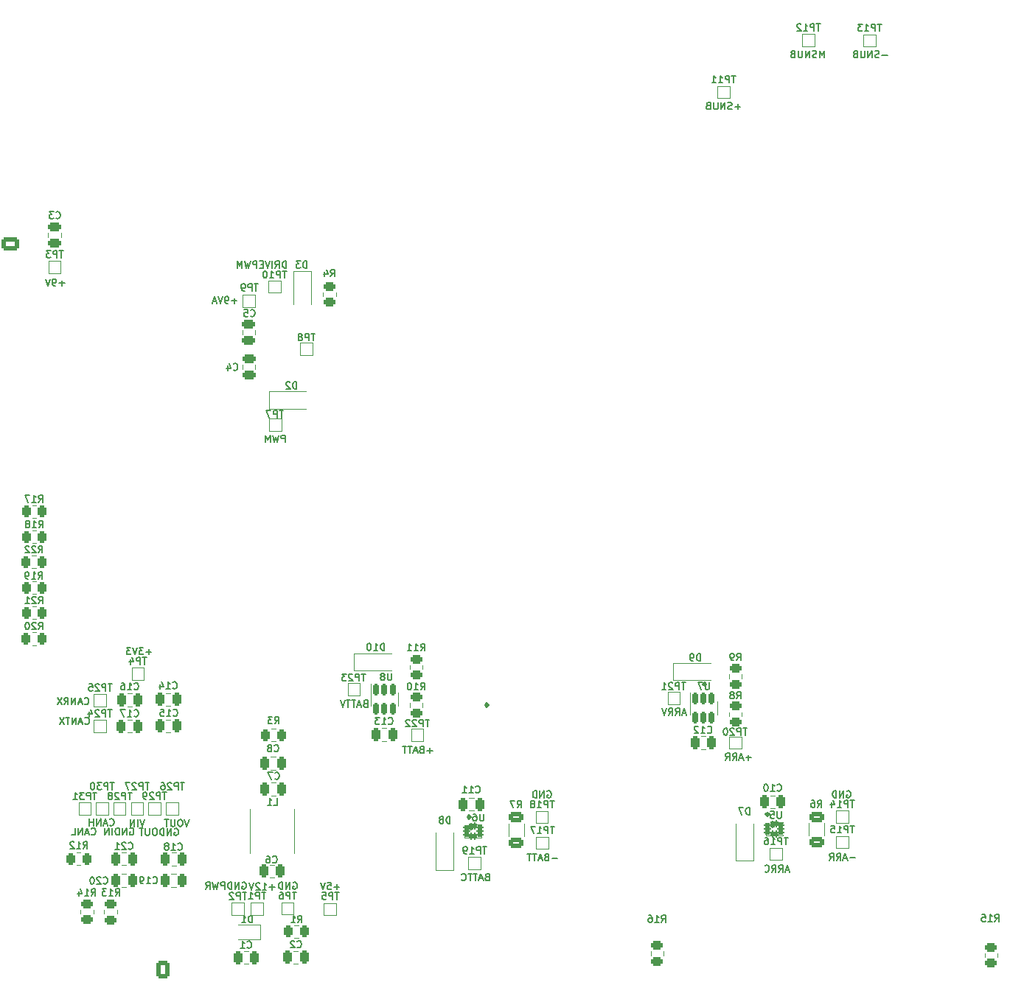
<source format=gbo>
%TF.GenerationSoftware,KiCad,Pcbnew,(6.0.1)*%
%TF.CreationDate,2022-02-04T14:08:06-06:00*%
%TF.ProjectId,MPPT,4d505054-2e6b-4696-9361-645f70636258,1.3.0*%
%TF.SameCoordinates,Original*%
%TF.FileFunction,Legend,Bot*%
%TF.FilePolarity,Positive*%
%FSLAX46Y46*%
G04 Gerber Fmt 4.6, Leading zero omitted, Abs format (unit mm)*
G04 Created by KiCad (PCBNEW (6.0.1)) date 2022-02-04 14:08:06*
%MOMM*%
%LPD*%
G01*
G04 APERTURE LIST*
G04 Aperture macros list*
%AMRoundRect*
0 Rectangle with rounded corners*
0 $1 Rounding radius*
0 $2 $3 $4 $5 $6 $7 $8 $9 X,Y pos of 4 corners*
0 Add a 4 corners polygon primitive as box body*
4,1,4,$2,$3,$4,$5,$6,$7,$8,$9,$2,$3,0*
0 Add four circle primitives for the rounded corners*
1,1,$1+$1,$2,$3*
1,1,$1+$1,$4,$5*
1,1,$1+$1,$6,$7*
1,1,$1+$1,$8,$9*
0 Add four rect primitives between the rounded corners*
20,1,$1+$1,$2,$3,$4,$5,0*
20,1,$1+$1,$4,$5,$6,$7,0*
20,1,$1+$1,$6,$7,$8,$9,0*
20,1,$1+$1,$8,$9,$2,$3,0*%
G04 Aperture macros list end*
%ADD10C,0.150000*%
%ADD11C,0.300000*%
%ADD12C,0.120000*%
%ADD13R,1.000000X1.000000*%
%ADD14C,1.530000*%
%ADD15R,1.530000X1.530000*%
%ADD16RoundRect,0.150000X-0.150000X0.512500X-0.150000X-0.512500X0.150000X-0.512500X0.150000X0.512500X0*%
%ADD17RoundRect,0.100000X-0.281500X0.112500X-0.281500X-0.112500X0.281500X-0.112500X0.281500X0.112500X0*%
%ADD18RoundRect,0.100000X-0.112500X0.281500X-0.112500X-0.281500X0.112500X-0.281500X0.112500X0.281500X0*%
%ADD19RoundRect,0.100000X-0.112500X0.331500X-0.112500X-0.331500X0.112500X-0.331500X0.112500X0.331500X0*%
%ADD20C,1.508000*%
%ADD21R,1.508000X1.508000*%
%ADD22C,2.000000*%
%ADD23RoundRect,0.250000X0.262500X0.450000X-0.262500X0.450000X-0.262500X-0.450000X0.262500X-0.450000X0*%
%ADD24RoundRect,0.250000X-0.450000X0.262500X-0.450000X-0.262500X0.450000X-0.262500X0.450000X0.262500X0*%
%ADD25RoundRect,0.250000X0.450000X-0.262500X0.450000X0.262500X-0.450000X0.262500X-0.450000X-0.262500X0*%
%ADD26RoundRect,0.250000X-0.625000X0.312500X-0.625000X-0.312500X0.625000X-0.312500X0.625000X0.312500X0*%
%ADD27RoundRect,0.250000X0.625000X-0.312500X0.625000X0.312500X-0.625000X0.312500X-0.625000X-0.312500X0*%
%ADD28O,2.000000X2.000000*%
%ADD29R,2.000000X2.000000*%
%ADD30R,4.500000X2.500000*%
%ADD31O,4.500000X2.500000*%
%ADD32C,3.800000*%
%ADD33R,4.000000X1.500000*%
%ADD34R,1.700000X1.700000*%
%ADD35O,1.700000X1.700000*%
%ADD36C,1.270000*%
%ADD37RoundRect,0.250001X0.499999X0.759999X-0.499999X0.759999X-0.499999X-0.759999X0.499999X-0.759999X0*%
%ADD38O,1.500000X2.020000*%
%ADD39C,3.200000*%
%ADD40C,2.286000*%
%ADD41RoundRect,0.250001X0.759999X-0.499999X0.759999X0.499999X-0.759999X0.499999X-0.759999X-0.499999X0*%
%ADD42O,2.020000X1.500000*%
%ADD43C,4.000000*%
%ADD44C,2.500000*%
%ADD45R,1.300000X1.700000*%
%ADD46R,1.700000X1.300000*%
%ADD47R,1.100000X1.100000*%
%ADD48R,0.500000X0.500000*%
%ADD49R,4.000000X4.000000*%
%ADD50RoundRect,0.250000X0.250000X0.475000X-0.250000X0.475000X-0.250000X-0.475000X0.250000X-0.475000X0*%
%ADD51RoundRect,0.250000X-0.250000X-0.475000X0.250000X-0.475000X0.250000X0.475000X-0.250000X0.475000X0*%
%ADD52C,2.200000*%
%ADD53RoundRect,0.250000X-0.475000X0.250000X-0.475000X-0.250000X0.475000X-0.250000X0.475000X0.250000X0*%
%ADD54RoundRect,0.250000X0.475000X-0.250000X0.475000X0.250000X-0.475000X0.250000X-0.475000X-0.250000X0*%
G04 APERTURE END LIST*
D10*
X123953809Y-43057142D02*
X123344285Y-43057142D01*
X123001428Y-43323809D02*
X122887142Y-43361904D01*
X122696666Y-43361904D01*
X122620476Y-43323809D01*
X122582380Y-43285714D01*
X122544285Y-43209523D01*
X122544285Y-43133333D01*
X122582380Y-43057142D01*
X122620476Y-43019047D01*
X122696666Y-42980952D01*
X122849047Y-42942857D01*
X122925238Y-42904761D01*
X122963333Y-42866666D01*
X123001428Y-42790476D01*
X123001428Y-42714285D01*
X122963333Y-42638095D01*
X122925238Y-42600000D01*
X122849047Y-42561904D01*
X122658571Y-42561904D01*
X122544285Y-42600000D01*
X122201428Y-43361904D02*
X122201428Y-42561904D01*
X121744285Y-43361904D01*
X121744285Y-42561904D01*
X121363333Y-42561904D02*
X121363333Y-43209523D01*
X121325238Y-43285714D01*
X121287142Y-43323809D01*
X121210952Y-43361904D01*
X121058571Y-43361904D01*
X120982380Y-43323809D01*
X120944285Y-43285714D01*
X120906190Y-43209523D01*
X120906190Y-42561904D01*
X120258571Y-42942857D02*
X120144285Y-42980952D01*
X120106190Y-43019047D01*
X120068095Y-43095238D01*
X120068095Y-43209523D01*
X120106190Y-43285714D01*
X120144285Y-43323809D01*
X120220476Y-43361904D01*
X120525238Y-43361904D01*
X120525238Y-42561904D01*
X120258571Y-42561904D01*
X120182380Y-42600000D01*
X120144285Y-42638095D01*
X120106190Y-42714285D01*
X120106190Y-42790476D01*
X120144285Y-42866666D01*
X120182380Y-42904761D01*
X120258571Y-42942857D01*
X120525238Y-42942857D01*
X116695714Y-43341904D02*
X116695714Y-42541904D01*
X116429047Y-43113333D01*
X116162380Y-42541904D01*
X116162380Y-43341904D01*
X115819523Y-43303809D02*
X115705238Y-43341904D01*
X115514761Y-43341904D01*
X115438571Y-43303809D01*
X115400476Y-43265714D01*
X115362380Y-43189523D01*
X115362380Y-43113333D01*
X115400476Y-43037142D01*
X115438571Y-42999047D01*
X115514761Y-42960952D01*
X115667142Y-42922857D01*
X115743333Y-42884761D01*
X115781428Y-42846666D01*
X115819523Y-42770476D01*
X115819523Y-42694285D01*
X115781428Y-42618095D01*
X115743333Y-42580000D01*
X115667142Y-42541904D01*
X115476666Y-42541904D01*
X115362380Y-42580000D01*
X115019523Y-43341904D02*
X115019523Y-42541904D01*
X114562380Y-43341904D01*
X114562380Y-42541904D01*
X114181428Y-42541904D02*
X114181428Y-43189523D01*
X114143333Y-43265714D01*
X114105238Y-43303809D01*
X114029047Y-43341904D01*
X113876666Y-43341904D01*
X113800476Y-43303809D01*
X113762380Y-43265714D01*
X113724285Y-43189523D01*
X113724285Y-42541904D01*
X113076666Y-42922857D02*
X112962380Y-42960952D01*
X112924285Y-42999047D01*
X112886190Y-43075238D01*
X112886190Y-43189523D01*
X112924285Y-43265714D01*
X112962380Y-43303809D01*
X113038571Y-43341904D01*
X113343333Y-43341904D01*
X113343333Y-42541904D01*
X113076666Y-42541904D01*
X113000476Y-42580000D01*
X112962380Y-42618095D01*
X112924285Y-42694285D01*
X112924285Y-42770476D01*
X112962380Y-42846666D01*
X113000476Y-42884761D01*
X113076666Y-42922857D01*
X113343333Y-42922857D01*
X107068809Y-48982142D02*
X106459285Y-48982142D01*
X106764047Y-49286904D02*
X106764047Y-48677380D01*
X106116428Y-49248809D02*
X106002142Y-49286904D01*
X105811666Y-49286904D01*
X105735476Y-49248809D01*
X105697380Y-49210714D01*
X105659285Y-49134523D01*
X105659285Y-49058333D01*
X105697380Y-48982142D01*
X105735476Y-48944047D01*
X105811666Y-48905952D01*
X105964047Y-48867857D01*
X106040238Y-48829761D01*
X106078333Y-48791666D01*
X106116428Y-48715476D01*
X106116428Y-48639285D01*
X106078333Y-48563095D01*
X106040238Y-48525000D01*
X105964047Y-48486904D01*
X105773571Y-48486904D01*
X105659285Y-48525000D01*
X105316428Y-49286904D02*
X105316428Y-48486904D01*
X104859285Y-49286904D01*
X104859285Y-48486904D01*
X104478333Y-48486904D02*
X104478333Y-49134523D01*
X104440238Y-49210714D01*
X104402142Y-49248809D01*
X104325952Y-49286904D01*
X104173571Y-49286904D01*
X104097380Y-49248809D01*
X104059285Y-49210714D01*
X104021190Y-49134523D01*
X104021190Y-48486904D01*
X103373571Y-48867857D02*
X103259285Y-48905952D01*
X103221190Y-48944047D01*
X103183095Y-49020238D01*
X103183095Y-49134523D01*
X103221190Y-49210714D01*
X103259285Y-49248809D01*
X103335476Y-49286904D01*
X103640238Y-49286904D01*
X103640238Y-48486904D01*
X103373571Y-48486904D01*
X103297380Y-48525000D01*
X103259285Y-48563095D01*
X103221190Y-48639285D01*
X103221190Y-48715476D01*
X103259285Y-48791666D01*
X103297380Y-48829761D01*
X103373571Y-48867857D01*
X103640238Y-48867857D01*
X29463571Y-69272142D02*
X28854047Y-69272142D01*
X29158809Y-69576904D02*
X29158809Y-68967380D01*
X28435000Y-69576904D02*
X28282619Y-69576904D01*
X28206428Y-69538809D01*
X28168333Y-69500714D01*
X28092142Y-69386428D01*
X28054047Y-69234047D01*
X28054047Y-68929285D01*
X28092142Y-68853095D01*
X28130238Y-68815000D01*
X28206428Y-68776904D01*
X28358809Y-68776904D01*
X28435000Y-68815000D01*
X28473095Y-68853095D01*
X28511190Y-68929285D01*
X28511190Y-69119761D01*
X28473095Y-69195952D01*
X28435000Y-69234047D01*
X28358809Y-69272142D01*
X28206428Y-69272142D01*
X28130238Y-69234047D01*
X28092142Y-69195952D01*
X28054047Y-69119761D01*
X27825476Y-68776904D02*
X27558809Y-69576904D01*
X27292142Y-68776904D01*
X54919047Y-67531904D02*
X54919047Y-66731904D01*
X54728571Y-66731904D01*
X54614285Y-66770000D01*
X54538095Y-66846190D01*
X54500000Y-66922380D01*
X54461904Y-67074761D01*
X54461904Y-67189047D01*
X54500000Y-67341428D01*
X54538095Y-67417619D01*
X54614285Y-67493809D01*
X54728571Y-67531904D01*
X54919047Y-67531904D01*
X53661904Y-67531904D02*
X53928571Y-67150952D01*
X54119047Y-67531904D02*
X54119047Y-66731904D01*
X53814285Y-66731904D01*
X53738095Y-66770000D01*
X53700000Y-66808095D01*
X53661904Y-66884285D01*
X53661904Y-66998571D01*
X53700000Y-67074761D01*
X53738095Y-67112857D01*
X53814285Y-67150952D01*
X54119047Y-67150952D01*
X53319047Y-67531904D02*
X53319047Y-66731904D01*
X53052380Y-66731904D02*
X52785714Y-67531904D01*
X52519047Y-66731904D01*
X52252380Y-67112857D02*
X51985714Y-67112857D01*
X51871428Y-67531904D02*
X52252380Y-67531904D01*
X52252380Y-66731904D01*
X51871428Y-66731904D01*
X51528571Y-67531904D02*
X51528571Y-66731904D01*
X51223809Y-66731904D01*
X51147619Y-66770000D01*
X51109523Y-66808095D01*
X51071428Y-66884285D01*
X51071428Y-66998571D01*
X51109523Y-67074761D01*
X51147619Y-67112857D01*
X51223809Y-67150952D01*
X51528571Y-67150952D01*
X50804761Y-66731904D02*
X50614285Y-67531904D01*
X50461904Y-66960476D01*
X50309523Y-67531904D01*
X50119047Y-66731904D01*
X49814285Y-67531904D02*
X49814285Y-66731904D01*
X49547619Y-67303333D01*
X49280952Y-66731904D01*
X49280952Y-67531904D01*
X49261428Y-71292142D02*
X48651904Y-71292142D01*
X48956666Y-71596904D02*
X48956666Y-70987380D01*
X48232857Y-71596904D02*
X48080476Y-71596904D01*
X48004285Y-71558809D01*
X47966190Y-71520714D01*
X47890000Y-71406428D01*
X47851904Y-71254047D01*
X47851904Y-70949285D01*
X47890000Y-70873095D01*
X47928095Y-70835000D01*
X48004285Y-70796904D01*
X48156666Y-70796904D01*
X48232857Y-70835000D01*
X48270952Y-70873095D01*
X48309047Y-70949285D01*
X48309047Y-71139761D01*
X48270952Y-71215952D01*
X48232857Y-71254047D01*
X48156666Y-71292142D01*
X48004285Y-71292142D01*
X47928095Y-71254047D01*
X47890000Y-71215952D01*
X47851904Y-71139761D01*
X47623333Y-70796904D02*
X47356666Y-71596904D01*
X47090000Y-70796904D01*
X46861428Y-71368333D02*
X46480476Y-71368333D01*
X46937619Y-71596904D02*
X46670952Y-70796904D01*
X46404285Y-71596904D01*
X100798333Y-118678333D02*
X100417380Y-118678333D01*
X100874523Y-118906904D02*
X100607857Y-118106904D01*
X100341190Y-118906904D01*
X99617380Y-118906904D02*
X99884047Y-118525952D01*
X100074523Y-118906904D02*
X100074523Y-118106904D01*
X99769761Y-118106904D01*
X99693571Y-118145000D01*
X99655476Y-118183095D01*
X99617380Y-118259285D01*
X99617380Y-118373571D01*
X99655476Y-118449761D01*
X99693571Y-118487857D01*
X99769761Y-118525952D01*
X100074523Y-118525952D01*
X98817380Y-118906904D02*
X99084047Y-118525952D01*
X99274523Y-118906904D02*
X99274523Y-118106904D01*
X98969761Y-118106904D01*
X98893571Y-118145000D01*
X98855476Y-118183095D01*
X98817380Y-118259285D01*
X98817380Y-118373571D01*
X98855476Y-118449761D01*
X98893571Y-118487857D01*
X98969761Y-118525952D01*
X99274523Y-118525952D01*
X98588809Y-118106904D02*
X98322142Y-118906904D01*
X98055476Y-118106904D01*
X108322619Y-123787142D02*
X107713095Y-123787142D01*
X108017857Y-124091904D02*
X108017857Y-123482380D01*
X107370238Y-123863333D02*
X106989285Y-123863333D01*
X107446428Y-124091904D02*
X107179761Y-123291904D01*
X106913095Y-124091904D01*
X106189285Y-124091904D02*
X106455952Y-123710952D01*
X106646428Y-124091904D02*
X106646428Y-123291904D01*
X106341666Y-123291904D01*
X106265476Y-123330000D01*
X106227380Y-123368095D01*
X106189285Y-123444285D01*
X106189285Y-123558571D01*
X106227380Y-123634761D01*
X106265476Y-123672857D01*
X106341666Y-123710952D01*
X106646428Y-123710952D01*
X105389285Y-124091904D02*
X105655952Y-123710952D01*
X105846428Y-124091904D02*
X105846428Y-123291904D01*
X105541666Y-123291904D01*
X105465476Y-123330000D01*
X105427380Y-123368095D01*
X105389285Y-123444285D01*
X105389285Y-123558571D01*
X105427380Y-123634761D01*
X105465476Y-123672857D01*
X105541666Y-123710952D01*
X105846428Y-123710952D01*
X112675476Y-136708333D02*
X112294523Y-136708333D01*
X112751666Y-136936904D02*
X112485000Y-136136904D01*
X112218333Y-136936904D01*
X111494523Y-136936904D02*
X111761190Y-136555952D01*
X111951666Y-136936904D02*
X111951666Y-136136904D01*
X111646904Y-136136904D01*
X111570714Y-136175000D01*
X111532619Y-136213095D01*
X111494523Y-136289285D01*
X111494523Y-136403571D01*
X111532619Y-136479761D01*
X111570714Y-136517857D01*
X111646904Y-136555952D01*
X111951666Y-136555952D01*
X110694523Y-136936904D02*
X110961190Y-136555952D01*
X111151666Y-136936904D02*
X111151666Y-136136904D01*
X110846904Y-136136904D01*
X110770714Y-136175000D01*
X110732619Y-136213095D01*
X110694523Y-136289285D01*
X110694523Y-136403571D01*
X110732619Y-136479761D01*
X110770714Y-136517857D01*
X110846904Y-136555952D01*
X111151666Y-136555952D01*
X109894523Y-136860714D02*
X109932619Y-136898809D01*
X110046904Y-136936904D01*
X110123095Y-136936904D01*
X110237380Y-136898809D01*
X110313571Y-136822619D01*
X110351666Y-136746428D01*
X110389761Y-136594047D01*
X110389761Y-136479761D01*
X110351666Y-136327380D01*
X110313571Y-136251190D01*
X110237380Y-136175000D01*
X110123095Y-136136904D01*
X110046904Y-136136904D01*
X109932619Y-136175000D01*
X109894523Y-136213095D01*
X120257619Y-135272142D02*
X119648095Y-135272142D01*
X119305238Y-135348333D02*
X118924285Y-135348333D01*
X119381428Y-135576904D02*
X119114761Y-134776904D01*
X118848095Y-135576904D01*
X118124285Y-135576904D02*
X118390952Y-135195952D01*
X118581428Y-135576904D02*
X118581428Y-134776904D01*
X118276666Y-134776904D01*
X118200476Y-134815000D01*
X118162380Y-134853095D01*
X118124285Y-134929285D01*
X118124285Y-135043571D01*
X118162380Y-135119761D01*
X118200476Y-135157857D01*
X118276666Y-135195952D01*
X118581428Y-135195952D01*
X117324285Y-135576904D02*
X117590952Y-135195952D01*
X117781428Y-135576904D02*
X117781428Y-134776904D01*
X117476666Y-134776904D01*
X117400476Y-134815000D01*
X117362380Y-134853095D01*
X117324285Y-134929285D01*
X117324285Y-135043571D01*
X117362380Y-135119761D01*
X117400476Y-135157857D01*
X117476666Y-135195952D01*
X117781428Y-135195952D01*
X119324523Y-127635000D02*
X119400714Y-127596904D01*
X119515000Y-127596904D01*
X119629285Y-127635000D01*
X119705476Y-127711190D01*
X119743571Y-127787380D01*
X119781666Y-127939761D01*
X119781666Y-128054047D01*
X119743571Y-128206428D01*
X119705476Y-128282619D01*
X119629285Y-128358809D01*
X119515000Y-128396904D01*
X119438809Y-128396904D01*
X119324523Y-128358809D01*
X119286428Y-128320714D01*
X119286428Y-128054047D01*
X119438809Y-128054047D01*
X118943571Y-128396904D02*
X118943571Y-127596904D01*
X118486428Y-128396904D01*
X118486428Y-127596904D01*
X118105476Y-128396904D02*
X118105476Y-127596904D01*
X117915000Y-127596904D01*
X117800714Y-127635000D01*
X117724523Y-127711190D01*
X117686428Y-127787380D01*
X117648333Y-127939761D01*
X117648333Y-128054047D01*
X117686428Y-128206428D01*
X117724523Y-128282619D01*
X117800714Y-128358809D01*
X117915000Y-128396904D01*
X118105476Y-128396904D01*
X84904523Y-127650000D02*
X84980714Y-127611904D01*
X85095000Y-127611904D01*
X85209285Y-127650000D01*
X85285476Y-127726190D01*
X85323571Y-127802380D01*
X85361666Y-127954761D01*
X85361666Y-128069047D01*
X85323571Y-128221428D01*
X85285476Y-128297619D01*
X85209285Y-128373809D01*
X85095000Y-128411904D01*
X85018809Y-128411904D01*
X84904523Y-128373809D01*
X84866428Y-128335714D01*
X84866428Y-128069047D01*
X85018809Y-128069047D01*
X84523571Y-128411904D02*
X84523571Y-127611904D01*
X84066428Y-128411904D01*
X84066428Y-127611904D01*
X83685476Y-128411904D02*
X83685476Y-127611904D01*
X83495000Y-127611904D01*
X83380714Y-127650000D01*
X83304523Y-127726190D01*
X83266428Y-127802380D01*
X83228333Y-127954761D01*
X83228333Y-128069047D01*
X83266428Y-128221428D01*
X83304523Y-128297619D01*
X83380714Y-128373809D01*
X83495000Y-128411904D01*
X83685476Y-128411904D01*
X86037142Y-135322142D02*
X85427619Y-135322142D01*
X84780000Y-135207857D02*
X84665714Y-135245952D01*
X84627619Y-135284047D01*
X84589523Y-135360238D01*
X84589523Y-135474523D01*
X84627619Y-135550714D01*
X84665714Y-135588809D01*
X84741904Y-135626904D01*
X85046666Y-135626904D01*
X85046666Y-134826904D01*
X84780000Y-134826904D01*
X84703809Y-134865000D01*
X84665714Y-134903095D01*
X84627619Y-134979285D01*
X84627619Y-135055476D01*
X84665714Y-135131666D01*
X84703809Y-135169761D01*
X84780000Y-135207857D01*
X85046666Y-135207857D01*
X84284761Y-135398333D02*
X83903809Y-135398333D01*
X84360952Y-135626904D02*
X84094285Y-134826904D01*
X83827619Y-135626904D01*
X83675238Y-134826904D02*
X83218095Y-134826904D01*
X83446666Y-135626904D02*
X83446666Y-134826904D01*
X83065714Y-134826904D02*
X82608571Y-134826904D01*
X82837142Y-135626904D02*
X82837142Y-134826904D01*
X77975238Y-137492857D02*
X77860952Y-137530952D01*
X77822857Y-137569047D01*
X77784761Y-137645238D01*
X77784761Y-137759523D01*
X77822857Y-137835714D01*
X77860952Y-137873809D01*
X77937142Y-137911904D01*
X78241904Y-137911904D01*
X78241904Y-137111904D01*
X77975238Y-137111904D01*
X77899047Y-137150000D01*
X77860952Y-137188095D01*
X77822857Y-137264285D01*
X77822857Y-137340476D01*
X77860952Y-137416666D01*
X77899047Y-137454761D01*
X77975238Y-137492857D01*
X78241904Y-137492857D01*
X77480000Y-137683333D02*
X77099047Y-137683333D01*
X77556190Y-137911904D02*
X77289523Y-137111904D01*
X77022857Y-137911904D01*
X76870476Y-137111904D02*
X76413333Y-137111904D01*
X76641904Y-137911904D02*
X76641904Y-137111904D01*
X76260952Y-137111904D02*
X75803809Y-137111904D01*
X76032380Y-137911904D02*
X76032380Y-137111904D01*
X75080000Y-137835714D02*
X75118095Y-137873809D01*
X75232380Y-137911904D01*
X75308571Y-137911904D01*
X75422857Y-137873809D01*
X75499047Y-137797619D01*
X75537142Y-137721428D01*
X75575238Y-137569047D01*
X75575238Y-137454761D01*
X75537142Y-137302380D01*
X75499047Y-137226190D01*
X75422857Y-137150000D01*
X75308571Y-137111904D01*
X75232380Y-137111904D01*
X75118095Y-137150000D01*
X75080000Y-137188095D01*
X71712142Y-122967142D02*
X71102619Y-122967142D01*
X71407380Y-123271904D02*
X71407380Y-122662380D01*
X70455000Y-122852857D02*
X70340714Y-122890952D01*
X70302619Y-122929047D01*
X70264523Y-123005238D01*
X70264523Y-123119523D01*
X70302619Y-123195714D01*
X70340714Y-123233809D01*
X70416904Y-123271904D01*
X70721666Y-123271904D01*
X70721666Y-122471904D01*
X70455000Y-122471904D01*
X70378809Y-122510000D01*
X70340714Y-122548095D01*
X70302619Y-122624285D01*
X70302619Y-122700476D01*
X70340714Y-122776666D01*
X70378809Y-122814761D01*
X70455000Y-122852857D01*
X70721666Y-122852857D01*
X69959761Y-123043333D02*
X69578809Y-123043333D01*
X70035952Y-123271904D02*
X69769285Y-122471904D01*
X69502619Y-123271904D01*
X69350238Y-122471904D02*
X68893095Y-122471904D01*
X69121666Y-123271904D02*
X69121666Y-122471904D01*
X68740714Y-122471904D02*
X68283571Y-122471904D01*
X68512142Y-123271904D02*
X68512142Y-122471904D01*
X63993095Y-117577857D02*
X63878809Y-117615952D01*
X63840714Y-117654047D01*
X63802619Y-117730238D01*
X63802619Y-117844523D01*
X63840714Y-117920714D01*
X63878809Y-117958809D01*
X63955000Y-117996904D01*
X64259761Y-117996904D01*
X64259761Y-117196904D01*
X63993095Y-117196904D01*
X63916904Y-117235000D01*
X63878809Y-117273095D01*
X63840714Y-117349285D01*
X63840714Y-117425476D01*
X63878809Y-117501666D01*
X63916904Y-117539761D01*
X63993095Y-117577857D01*
X64259761Y-117577857D01*
X63497857Y-117768333D02*
X63116904Y-117768333D01*
X63574047Y-117996904D02*
X63307380Y-117196904D01*
X63040714Y-117996904D01*
X62888333Y-117196904D02*
X62431190Y-117196904D01*
X62659761Y-117996904D02*
X62659761Y-117196904D01*
X62278809Y-117196904D02*
X61821666Y-117196904D01*
X62050238Y-117996904D02*
X62050238Y-117196904D01*
X61669285Y-117196904D02*
X61402619Y-117996904D01*
X61135952Y-117196904D01*
X54808809Y-87526904D02*
X54808809Y-86726904D01*
X54504047Y-86726904D01*
X54427857Y-86765000D01*
X54389761Y-86803095D01*
X54351666Y-86879285D01*
X54351666Y-86993571D01*
X54389761Y-87069761D01*
X54427857Y-87107857D01*
X54504047Y-87145952D01*
X54808809Y-87145952D01*
X54085000Y-86726904D02*
X53894523Y-87526904D01*
X53742142Y-86955476D01*
X53589761Y-87526904D01*
X53399285Y-86726904D01*
X53094523Y-87526904D02*
X53094523Y-86726904D01*
X52827857Y-87298333D01*
X52561190Y-86726904D01*
X52561190Y-87526904D01*
X31805000Y-119875714D02*
X31843095Y-119913809D01*
X31957380Y-119951904D01*
X32033571Y-119951904D01*
X32147857Y-119913809D01*
X32224047Y-119837619D01*
X32262142Y-119761428D01*
X32300238Y-119609047D01*
X32300238Y-119494761D01*
X32262142Y-119342380D01*
X32224047Y-119266190D01*
X32147857Y-119190000D01*
X32033571Y-119151904D01*
X31957380Y-119151904D01*
X31843095Y-119190000D01*
X31805000Y-119228095D01*
X31500238Y-119723333D02*
X31119285Y-119723333D01*
X31576428Y-119951904D02*
X31309761Y-119151904D01*
X31043095Y-119951904D01*
X30776428Y-119951904D02*
X30776428Y-119151904D01*
X30319285Y-119951904D01*
X30319285Y-119151904D01*
X30052619Y-119151904D02*
X29595476Y-119151904D01*
X29824047Y-119951904D02*
X29824047Y-119151904D01*
X29405000Y-119151904D02*
X28871666Y-119951904D01*
X28871666Y-119151904D02*
X29405000Y-119951904D01*
X31750238Y-117600714D02*
X31788333Y-117638809D01*
X31902619Y-117676904D01*
X31978809Y-117676904D01*
X32093095Y-117638809D01*
X32169285Y-117562619D01*
X32207380Y-117486428D01*
X32245476Y-117334047D01*
X32245476Y-117219761D01*
X32207380Y-117067380D01*
X32169285Y-116991190D01*
X32093095Y-116915000D01*
X31978809Y-116876904D01*
X31902619Y-116876904D01*
X31788333Y-116915000D01*
X31750238Y-116953095D01*
X31445476Y-117448333D02*
X31064523Y-117448333D01*
X31521666Y-117676904D02*
X31255000Y-116876904D01*
X30988333Y-117676904D01*
X30721666Y-117676904D02*
X30721666Y-116876904D01*
X30264523Y-117676904D01*
X30264523Y-116876904D01*
X29426428Y-117676904D02*
X29693095Y-117295952D01*
X29883571Y-117676904D02*
X29883571Y-116876904D01*
X29578809Y-116876904D01*
X29502619Y-116915000D01*
X29464523Y-116953095D01*
X29426428Y-117029285D01*
X29426428Y-117143571D01*
X29464523Y-117219761D01*
X29502619Y-117257857D01*
X29578809Y-117295952D01*
X29883571Y-117295952D01*
X29159761Y-116876904D02*
X28626428Y-117676904D01*
X28626428Y-116876904D02*
X29159761Y-117676904D01*
X39429523Y-111637142D02*
X38820000Y-111637142D01*
X39124761Y-111941904D02*
X39124761Y-111332380D01*
X38515238Y-111141904D02*
X38020000Y-111141904D01*
X38286666Y-111446666D01*
X38172380Y-111446666D01*
X38096190Y-111484761D01*
X38058095Y-111522857D01*
X38020000Y-111599047D01*
X38020000Y-111789523D01*
X38058095Y-111865714D01*
X38096190Y-111903809D01*
X38172380Y-111941904D01*
X38400952Y-111941904D01*
X38477142Y-111903809D01*
X38515238Y-111865714D01*
X37791428Y-111141904D02*
X37524761Y-111941904D01*
X37258095Y-111141904D01*
X37067619Y-111141904D02*
X36572380Y-111141904D01*
X36839047Y-111446666D01*
X36724761Y-111446666D01*
X36648571Y-111484761D01*
X36610476Y-111522857D01*
X36572380Y-111599047D01*
X36572380Y-111789523D01*
X36610476Y-111865714D01*
X36648571Y-111903809D01*
X36724761Y-111941904D01*
X36953333Y-111941904D01*
X37029523Y-111903809D01*
X37067619Y-111865714D01*
X32523095Y-132605714D02*
X32561190Y-132643809D01*
X32675476Y-132681904D01*
X32751666Y-132681904D01*
X32865952Y-132643809D01*
X32942142Y-132567619D01*
X32980238Y-132491428D01*
X33018333Y-132339047D01*
X33018333Y-132224761D01*
X32980238Y-132072380D01*
X32942142Y-131996190D01*
X32865952Y-131920000D01*
X32751666Y-131881904D01*
X32675476Y-131881904D01*
X32561190Y-131920000D01*
X32523095Y-131958095D01*
X32218333Y-132453333D02*
X31837380Y-132453333D01*
X32294523Y-132681904D02*
X32027857Y-131881904D01*
X31761190Y-132681904D01*
X31494523Y-132681904D02*
X31494523Y-131881904D01*
X31037380Y-132681904D01*
X31037380Y-131881904D01*
X30275476Y-132681904D02*
X30656428Y-132681904D01*
X30656428Y-131881904D01*
X34638333Y-131540714D02*
X34676428Y-131578809D01*
X34790714Y-131616904D01*
X34866904Y-131616904D01*
X34981190Y-131578809D01*
X35057380Y-131502619D01*
X35095476Y-131426428D01*
X35133571Y-131274047D01*
X35133571Y-131159761D01*
X35095476Y-131007380D01*
X35057380Y-130931190D01*
X34981190Y-130855000D01*
X34866904Y-130816904D01*
X34790714Y-130816904D01*
X34676428Y-130855000D01*
X34638333Y-130893095D01*
X34333571Y-131388333D02*
X33952619Y-131388333D01*
X34409761Y-131616904D02*
X34143095Y-130816904D01*
X33876428Y-131616904D01*
X33609761Y-131616904D02*
X33609761Y-130816904D01*
X33152619Y-131616904D01*
X33152619Y-130816904D01*
X32771666Y-131616904D02*
X32771666Y-130816904D01*
X32771666Y-131197857D02*
X32314523Y-131197857D01*
X32314523Y-131616904D02*
X32314523Y-130816904D01*
X42087380Y-131960000D02*
X42163571Y-131921904D01*
X42277857Y-131921904D01*
X42392142Y-131960000D01*
X42468333Y-132036190D01*
X42506428Y-132112380D01*
X42544523Y-132264761D01*
X42544523Y-132379047D01*
X42506428Y-132531428D01*
X42468333Y-132607619D01*
X42392142Y-132683809D01*
X42277857Y-132721904D01*
X42201666Y-132721904D01*
X42087380Y-132683809D01*
X42049285Y-132645714D01*
X42049285Y-132379047D01*
X42201666Y-132379047D01*
X41706428Y-132721904D02*
X41706428Y-131921904D01*
X41249285Y-132721904D01*
X41249285Y-131921904D01*
X40868333Y-132721904D02*
X40868333Y-131921904D01*
X40677857Y-131921904D01*
X40563571Y-131960000D01*
X40487380Y-132036190D01*
X40449285Y-132112380D01*
X40411190Y-132264761D01*
X40411190Y-132379047D01*
X40449285Y-132531428D01*
X40487380Y-132607619D01*
X40563571Y-132683809D01*
X40677857Y-132721904D01*
X40868333Y-132721904D01*
X39915952Y-131921904D02*
X39763571Y-131921904D01*
X39687380Y-131960000D01*
X39611190Y-132036190D01*
X39573095Y-132188571D01*
X39573095Y-132455238D01*
X39611190Y-132607619D01*
X39687380Y-132683809D01*
X39763571Y-132721904D01*
X39915952Y-132721904D01*
X39992142Y-132683809D01*
X40068333Y-132607619D01*
X40106428Y-132455238D01*
X40106428Y-132188571D01*
X40068333Y-132036190D01*
X39992142Y-131960000D01*
X39915952Y-131921904D01*
X39230238Y-131921904D02*
X39230238Y-132569523D01*
X39192142Y-132645714D01*
X39154047Y-132683809D01*
X39077857Y-132721904D01*
X38925476Y-132721904D01*
X38849285Y-132683809D01*
X38811190Y-132645714D01*
X38773095Y-132569523D01*
X38773095Y-131921904D01*
X38506428Y-131921904D02*
X38049285Y-131921904D01*
X38277857Y-132721904D02*
X38277857Y-131921904D01*
X36959047Y-131920000D02*
X37035238Y-131881904D01*
X37149523Y-131881904D01*
X37263809Y-131920000D01*
X37340000Y-131996190D01*
X37378095Y-132072380D01*
X37416190Y-132224761D01*
X37416190Y-132339047D01*
X37378095Y-132491428D01*
X37340000Y-132567619D01*
X37263809Y-132643809D01*
X37149523Y-132681904D01*
X37073333Y-132681904D01*
X36959047Y-132643809D01*
X36920952Y-132605714D01*
X36920952Y-132339047D01*
X37073333Y-132339047D01*
X36578095Y-132681904D02*
X36578095Y-131881904D01*
X36120952Y-132681904D01*
X36120952Y-131881904D01*
X35740000Y-132681904D02*
X35740000Y-131881904D01*
X35549523Y-131881904D01*
X35435238Y-131920000D01*
X35359047Y-131996190D01*
X35320952Y-132072380D01*
X35282857Y-132224761D01*
X35282857Y-132339047D01*
X35320952Y-132491428D01*
X35359047Y-132567619D01*
X35435238Y-132643809D01*
X35549523Y-132681904D01*
X35740000Y-132681904D01*
X34940000Y-132681904D02*
X34940000Y-131881904D01*
X34559047Y-132681904D02*
X34559047Y-131881904D01*
X34101904Y-132681904D01*
X34101904Y-131881904D01*
X38666190Y-130901904D02*
X38399523Y-131701904D01*
X38132857Y-130901904D01*
X37866190Y-131701904D02*
X37866190Y-130901904D01*
X37485238Y-131701904D02*
X37485238Y-130901904D01*
X37028095Y-131701904D01*
X37028095Y-130901904D01*
X43779523Y-130901904D02*
X43512857Y-131701904D01*
X43246190Y-130901904D01*
X42827142Y-130901904D02*
X42674761Y-130901904D01*
X42598571Y-130940000D01*
X42522380Y-131016190D01*
X42484285Y-131168571D01*
X42484285Y-131435238D01*
X42522380Y-131587619D01*
X42598571Y-131663809D01*
X42674761Y-131701904D01*
X42827142Y-131701904D01*
X42903333Y-131663809D01*
X42979523Y-131587619D01*
X43017619Y-131435238D01*
X43017619Y-131168571D01*
X42979523Y-131016190D01*
X42903333Y-130940000D01*
X42827142Y-130901904D01*
X42141428Y-130901904D02*
X42141428Y-131549523D01*
X42103333Y-131625714D01*
X42065238Y-131663809D01*
X41989047Y-131701904D01*
X41836666Y-131701904D01*
X41760476Y-131663809D01*
X41722380Y-131625714D01*
X41684285Y-131549523D01*
X41684285Y-130901904D01*
X41417619Y-130901904D02*
X40960476Y-130901904D01*
X41189047Y-131701904D02*
X41189047Y-130901904D01*
X61038571Y-138642142D02*
X60429047Y-138642142D01*
X60733809Y-138946904D02*
X60733809Y-138337380D01*
X59667142Y-138146904D02*
X60048095Y-138146904D01*
X60086190Y-138527857D01*
X60048095Y-138489761D01*
X59971904Y-138451666D01*
X59781428Y-138451666D01*
X59705238Y-138489761D01*
X59667142Y-138527857D01*
X59629047Y-138604047D01*
X59629047Y-138794523D01*
X59667142Y-138870714D01*
X59705238Y-138908809D01*
X59781428Y-138946904D01*
X59971904Y-138946904D01*
X60048095Y-138908809D01*
X60086190Y-138870714D01*
X59400476Y-138146904D02*
X59133809Y-138946904D01*
X58867142Y-138146904D01*
X55734523Y-138145000D02*
X55810714Y-138106904D01*
X55925000Y-138106904D01*
X56039285Y-138145000D01*
X56115476Y-138221190D01*
X56153571Y-138297380D01*
X56191666Y-138449761D01*
X56191666Y-138564047D01*
X56153571Y-138716428D01*
X56115476Y-138792619D01*
X56039285Y-138868809D01*
X55925000Y-138906904D01*
X55848809Y-138906904D01*
X55734523Y-138868809D01*
X55696428Y-138830714D01*
X55696428Y-138564047D01*
X55848809Y-138564047D01*
X55353571Y-138906904D02*
X55353571Y-138106904D01*
X54896428Y-138906904D01*
X54896428Y-138106904D01*
X54515476Y-138906904D02*
X54515476Y-138106904D01*
X54325000Y-138106904D01*
X54210714Y-138145000D01*
X54134523Y-138221190D01*
X54096428Y-138297380D01*
X54058333Y-138449761D01*
X54058333Y-138564047D01*
X54096428Y-138716428D01*
X54134523Y-138792619D01*
X54210714Y-138868809D01*
X54325000Y-138906904D01*
X54515476Y-138906904D01*
X49881666Y-138135000D02*
X49957857Y-138096904D01*
X50072142Y-138096904D01*
X50186428Y-138135000D01*
X50262619Y-138211190D01*
X50300714Y-138287380D01*
X50338809Y-138439761D01*
X50338809Y-138554047D01*
X50300714Y-138706428D01*
X50262619Y-138782619D01*
X50186428Y-138858809D01*
X50072142Y-138896904D01*
X49995952Y-138896904D01*
X49881666Y-138858809D01*
X49843571Y-138820714D01*
X49843571Y-138554047D01*
X49995952Y-138554047D01*
X49500714Y-138896904D02*
X49500714Y-138096904D01*
X49043571Y-138896904D01*
X49043571Y-138096904D01*
X48662619Y-138896904D02*
X48662619Y-138096904D01*
X48472142Y-138096904D01*
X48357857Y-138135000D01*
X48281666Y-138211190D01*
X48243571Y-138287380D01*
X48205476Y-138439761D01*
X48205476Y-138554047D01*
X48243571Y-138706428D01*
X48281666Y-138782619D01*
X48357857Y-138858809D01*
X48472142Y-138896904D01*
X48662619Y-138896904D01*
X47862619Y-138896904D02*
X47862619Y-138096904D01*
X47557857Y-138096904D01*
X47481666Y-138135000D01*
X47443571Y-138173095D01*
X47405476Y-138249285D01*
X47405476Y-138363571D01*
X47443571Y-138439761D01*
X47481666Y-138477857D01*
X47557857Y-138515952D01*
X47862619Y-138515952D01*
X47138809Y-138096904D02*
X46948333Y-138896904D01*
X46795952Y-138325476D01*
X46643571Y-138896904D01*
X46453095Y-138096904D01*
X45691190Y-138896904D02*
X45957857Y-138515952D01*
X46148333Y-138896904D02*
X46148333Y-138096904D01*
X45843571Y-138096904D01*
X45767380Y-138135000D01*
X45729285Y-138173095D01*
X45691190Y-138249285D01*
X45691190Y-138363571D01*
X45729285Y-138439761D01*
X45767380Y-138477857D01*
X45843571Y-138515952D01*
X46148333Y-138515952D01*
X53604523Y-138667142D02*
X52995000Y-138667142D01*
X53299761Y-138971904D02*
X53299761Y-138362380D01*
X52195000Y-138971904D02*
X52652142Y-138971904D01*
X52423571Y-138971904D02*
X52423571Y-138171904D01*
X52499761Y-138286190D01*
X52575952Y-138362380D01*
X52652142Y-138400476D01*
X51890238Y-138248095D02*
X51852142Y-138210000D01*
X51775952Y-138171904D01*
X51585476Y-138171904D01*
X51509285Y-138210000D01*
X51471190Y-138248095D01*
X51433095Y-138324285D01*
X51433095Y-138400476D01*
X51471190Y-138514761D01*
X51928333Y-138971904D01*
X51433095Y-138971904D01*
X51204523Y-138171904D02*
X50937857Y-138971904D01*
X50671190Y-138171904D01*
D11*
X102975000Y-115218928D02*
X102832142Y-115361785D01*
X102975000Y-115504642D01*
X103117857Y-115361785D01*
X102975000Y-115218928D01*
X102975000Y-115504642D01*
X110175000Y-130181428D02*
X110032142Y-130324285D01*
X110175000Y-130467142D01*
X110317857Y-130324285D01*
X110175000Y-130181428D01*
X110175000Y-130467142D01*
X77955000Y-117607428D02*
X77812142Y-117750285D01*
X77955000Y-117893142D01*
X78097857Y-117750285D01*
X77955000Y-117607428D01*
X77955000Y-117893142D01*
X75920000Y-130467428D02*
X75777142Y-130610285D01*
X75920000Y-130753142D01*
X76062857Y-130610285D01*
X75920000Y-130467428D01*
X75920000Y-130753142D01*
D10*
%TO.C,TP12*%
X116270476Y-39458904D02*
X115813333Y-39458904D01*
X116041904Y-40258904D02*
X116041904Y-39458904D01*
X115546666Y-40258904D02*
X115546666Y-39458904D01*
X115241904Y-39458904D01*
X115165714Y-39497000D01*
X115127619Y-39535095D01*
X115089523Y-39611285D01*
X115089523Y-39725571D01*
X115127619Y-39801761D01*
X115165714Y-39839857D01*
X115241904Y-39877952D01*
X115546666Y-39877952D01*
X114327619Y-40258904D02*
X114784761Y-40258904D01*
X114556190Y-40258904D02*
X114556190Y-39458904D01*
X114632380Y-39573190D01*
X114708571Y-39649380D01*
X114784761Y-39687476D01*
X114022857Y-39535095D02*
X113984761Y-39497000D01*
X113908571Y-39458904D01*
X113718095Y-39458904D01*
X113641904Y-39497000D01*
X113603809Y-39535095D01*
X113565714Y-39611285D01*
X113565714Y-39687476D01*
X113603809Y-39801761D01*
X114060952Y-40258904D01*
X113565714Y-40258904D01*
%TO.C,U8*%
X67029523Y-114081904D02*
X67029523Y-114729523D01*
X66991428Y-114805714D01*
X66953333Y-114843809D01*
X66877142Y-114881904D01*
X66724761Y-114881904D01*
X66648571Y-114843809D01*
X66610476Y-114805714D01*
X66572380Y-114729523D01*
X66572380Y-114081904D01*
X66077142Y-114424761D02*
X66153333Y-114386666D01*
X66191428Y-114348571D01*
X66229523Y-114272380D01*
X66229523Y-114234285D01*
X66191428Y-114158095D01*
X66153333Y-114120000D01*
X66077142Y-114081904D01*
X65924761Y-114081904D01*
X65848571Y-114120000D01*
X65810476Y-114158095D01*
X65772380Y-114234285D01*
X65772380Y-114272380D01*
X65810476Y-114348571D01*
X65848571Y-114386666D01*
X65924761Y-114424761D01*
X66077142Y-114424761D01*
X66153333Y-114462857D01*
X66191428Y-114500952D01*
X66229523Y-114577142D01*
X66229523Y-114729523D01*
X66191428Y-114805714D01*
X66153333Y-114843809D01*
X66077142Y-114881904D01*
X65924761Y-114881904D01*
X65848571Y-114843809D01*
X65810476Y-114805714D01*
X65772380Y-114729523D01*
X65772380Y-114577142D01*
X65810476Y-114500952D01*
X65848571Y-114462857D01*
X65924761Y-114424761D01*
%TO.C,U7*%
X103509523Y-115155654D02*
X103509523Y-115803273D01*
X103471428Y-115879464D01*
X103433333Y-115917559D01*
X103357142Y-115955654D01*
X103204761Y-115955654D01*
X103128571Y-115917559D01*
X103090476Y-115879464D01*
X103052380Y-115803273D01*
X103052380Y-115155654D01*
X102747619Y-115155654D02*
X102214285Y-115155654D01*
X102557142Y-115955654D01*
%TO.C,U6*%
X77614523Y-130247904D02*
X77614523Y-130895523D01*
X77576428Y-130971714D01*
X77538333Y-131009809D01*
X77462142Y-131047904D01*
X77309761Y-131047904D01*
X77233571Y-131009809D01*
X77195476Y-130971714D01*
X77157380Y-130895523D01*
X77157380Y-130247904D01*
X76433571Y-130247904D02*
X76585952Y-130247904D01*
X76662142Y-130286000D01*
X76700238Y-130324095D01*
X76776428Y-130438380D01*
X76814523Y-130590761D01*
X76814523Y-130895523D01*
X76776428Y-130971714D01*
X76738333Y-131009809D01*
X76662142Y-131047904D01*
X76509761Y-131047904D01*
X76433571Y-131009809D01*
X76395476Y-130971714D01*
X76357380Y-130895523D01*
X76357380Y-130705047D01*
X76395476Y-130628857D01*
X76433571Y-130590761D01*
X76509761Y-130552666D01*
X76662142Y-130552666D01*
X76738333Y-130590761D01*
X76776428Y-130628857D01*
X76814523Y-130705047D01*
%TO.C,U5*%
X111789523Y-129986904D02*
X111789523Y-130634523D01*
X111751428Y-130710714D01*
X111713333Y-130748809D01*
X111637142Y-130786904D01*
X111484761Y-130786904D01*
X111408571Y-130748809D01*
X111370476Y-130710714D01*
X111332380Y-130634523D01*
X111332380Y-129986904D01*
X110570476Y-129986904D02*
X110951428Y-129986904D01*
X110989523Y-130367857D01*
X110951428Y-130329761D01*
X110875238Y-130291666D01*
X110684761Y-130291666D01*
X110608571Y-130329761D01*
X110570476Y-130367857D01*
X110532380Y-130444047D01*
X110532380Y-130634523D01*
X110570476Y-130710714D01*
X110608571Y-130748809D01*
X110684761Y-130786904D01*
X110875238Y-130786904D01*
X110951428Y-130748809D01*
X110989523Y-130710714D01*
%TO.C,TP31*%
X33155476Y-127786904D02*
X32698333Y-127786904D01*
X32926904Y-128586904D02*
X32926904Y-127786904D01*
X32431666Y-128586904D02*
X32431666Y-127786904D01*
X32126904Y-127786904D01*
X32050714Y-127825000D01*
X32012619Y-127863095D01*
X31974523Y-127939285D01*
X31974523Y-128053571D01*
X32012619Y-128129761D01*
X32050714Y-128167857D01*
X32126904Y-128205952D01*
X32431666Y-128205952D01*
X31707857Y-127786904D02*
X31212619Y-127786904D01*
X31479285Y-128091666D01*
X31365000Y-128091666D01*
X31288809Y-128129761D01*
X31250714Y-128167857D01*
X31212619Y-128244047D01*
X31212619Y-128434523D01*
X31250714Y-128510714D01*
X31288809Y-128548809D01*
X31365000Y-128586904D01*
X31593571Y-128586904D01*
X31669761Y-128548809D01*
X31707857Y-128510714D01*
X30450714Y-128586904D02*
X30907857Y-128586904D01*
X30679285Y-128586904D02*
X30679285Y-127786904D01*
X30755476Y-127901190D01*
X30831666Y-127977380D01*
X30907857Y-128015476D01*
%TO.C,TP30*%
X35155476Y-126661904D02*
X34698333Y-126661904D01*
X34926904Y-127461904D02*
X34926904Y-126661904D01*
X34431666Y-127461904D02*
X34431666Y-126661904D01*
X34126904Y-126661904D01*
X34050714Y-126700000D01*
X34012619Y-126738095D01*
X33974523Y-126814285D01*
X33974523Y-126928571D01*
X34012619Y-127004761D01*
X34050714Y-127042857D01*
X34126904Y-127080952D01*
X34431666Y-127080952D01*
X33707857Y-126661904D02*
X33212619Y-126661904D01*
X33479285Y-126966666D01*
X33365000Y-126966666D01*
X33288809Y-127004761D01*
X33250714Y-127042857D01*
X33212619Y-127119047D01*
X33212619Y-127309523D01*
X33250714Y-127385714D01*
X33288809Y-127423809D01*
X33365000Y-127461904D01*
X33593571Y-127461904D01*
X33669761Y-127423809D01*
X33707857Y-127385714D01*
X32717380Y-126661904D02*
X32641190Y-126661904D01*
X32565000Y-126700000D01*
X32526904Y-126738095D01*
X32488809Y-126814285D01*
X32450714Y-126966666D01*
X32450714Y-127157142D01*
X32488809Y-127309523D01*
X32526904Y-127385714D01*
X32565000Y-127423809D01*
X32641190Y-127461904D01*
X32717380Y-127461904D01*
X32793571Y-127423809D01*
X32831666Y-127385714D01*
X32869761Y-127309523D01*
X32907857Y-127157142D01*
X32907857Y-126966666D01*
X32869761Y-126814285D01*
X32831666Y-126738095D01*
X32793571Y-126700000D01*
X32717380Y-126661904D01*
%TO.C,TP29*%
X41170476Y-127766904D02*
X40713333Y-127766904D01*
X40941904Y-128566904D02*
X40941904Y-127766904D01*
X40446666Y-128566904D02*
X40446666Y-127766904D01*
X40141904Y-127766904D01*
X40065714Y-127805000D01*
X40027619Y-127843095D01*
X39989523Y-127919285D01*
X39989523Y-128033571D01*
X40027619Y-128109761D01*
X40065714Y-128147857D01*
X40141904Y-128185952D01*
X40446666Y-128185952D01*
X39684761Y-127843095D02*
X39646666Y-127805000D01*
X39570476Y-127766904D01*
X39380000Y-127766904D01*
X39303809Y-127805000D01*
X39265714Y-127843095D01*
X39227619Y-127919285D01*
X39227619Y-127995476D01*
X39265714Y-128109761D01*
X39722857Y-128566904D01*
X39227619Y-128566904D01*
X38846666Y-128566904D02*
X38694285Y-128566904D01*
X38618095Y-128528809D01*
X38580000Y-128490714D01*
X38503809Y-128376428D01*
X38465714Y-128224047D01*
X38465714Y-127919285D01*
X38503809Y-127843095D01*
X38541904Y-127805000D01*
X38618095Y-127766904D01*
X38770476Y-127766904D01*
X38846666Y-127805000D01*
X38884761Y-127843095D01*
X38922857Y-127919285D01*
X38922857Y-128109761D01*
X38884761Y-128185952D01*
X38846666Y-128224047D01*
X38770476Y-128262142D01*
X38618095Y-128262142D01*
X38541904Y-128224047D01*
X38503809Y-128185952D01*
X38465714Y-128109761D01*
%TO.C,TP28*%
X37200476Y-127786904D02*
X36743333Y-127786904D01*
X36971904Y-128586904D02*
X36971904Y-127786904D01*
X36476666Y-128586904D02*
X36476666Y-127786904D01*
X36171904Y-127786904D01*
X36095714Y-127825000D01*
X36057619Y-127863095D01*
X36019523Y-127939285D01*
X36019523Y-128053571D01*
X36057619Y-128129761D01*
X36095714Y-128167857D01*
X36171904Y-128205952D01*
X36476666Y-128205952D01*
X35714761Y-127863095D02*
X35676666Y-127825000D01*
X35600476Y-127786904D01*
X35410000Y-127786904D01*
X35333809Y-127825000D01*
X35295714Y-127863095D01*
X35257619Y-127939285D01*
X35257619Y-128015476D01*
X35295714Y-128129761D01*
X35752857Y-128586904D01*
X35257619Y-128586904D01*
X34800476Y-128129761D02*
X34876666Y-128091666D01*
X34914761Y-128053571D01*
X34952857Y-127977380D01*
X34952857Y-127939285D01*
X34914761Y-127863095D01*
X34876666Y-127825000D01*
X34800476Y-127786904D01*
X34648095Y-127786904D01*
X34571904Y-127825000D01*
X34533809Y-127863095D01*
X34495714Y-127939285D01*
X34495714Y-127977380D01*
X34533809Y-128053571D01*
X34571904Y-128091666D01*
X34648095Y-128129761D01*
X34800476Y-128129761D01*
X34876666Y-128167857D01*
X34914761Y-128205952D01*
X34952857Y-128282142D01*
X34952857Y-128434523D01*
X34914761Y-128510714D01*
X34876666Y-128548809D01*
X34800476Y-128586904D01*
X34648095Y-128586904D01*
X34571904Y-128548809D01*
X34533809Y-128510714D01*
X34495714Y-128434523D01*
X34495714Y-128282142D01*
X34533809Y-128205952D01*
X34571904Y-128167857D01*
X34648095Y-128129761D01*
%TO.C,TP27*%
X39185476Y-126661904D02*
X38728333Y-126661904D01*
X38956904Y-127461904D02*
X38956904Y-126661904D01*
X38461666Y-127461904D02*
X38461666Y-126661904D01*
X38156904Y-126661904D01*
X38080714Y-126700000D01*
X38042619Y-126738095D01*
X38004523Y-126814285D01*
X38004523Y-126928571D01*
X38042619Y-127004761D01*
X38080714Y-127042857D01*
X38156904Y-127080952D01*
X38461666Y-127080952D01*
X37699761Y-126738095D02*
X37661666Y-126700000D01*
X37585476Y-126661904D01*
X37395000Y-126661904D01*
X37318809Y-126700000D01*
X37280714Y-126738095D01*
X37242619Y-126814285D01*
X37242619Y-126890476D01*
X37280714Y-127004761D01*
X37737857Y-127461904D01*
X37242619Y-127461904D01*
X36975952Y-126661904D02*
X36442619Y-126661904D01*
X36785476Y-127461904D01*
%TO.C,TP26*%
X43230476Y-126681904D02*
X42773333Y-126681904D01*
X43001904Y-127481904D02*
X43001904Y-126681904D01*
X42506666Y-127481904D02*
X42506666Y-126681904D01*
X42201904Y-126681904D01*
X42125714Y-126720000D01*
X42087619Y-126758095D01*
X42049523Y-126834285D01*
X42049523Y-126948571D01*
X42087619Y-127024761D01*
X42125714Y-127062857D01*
X42201904Y-127100952D01*
X42506666Y-127100952D01*
X41744761Y-126758095D02*
X41706666Y-126720000D01*
X41630476Y-126681904D01*
X41440000Y-126681904D01*
X41363809Y-126720000D01*
X41325714Y-126758095D01*
X41287619Y-126834285D01*
X41287619Y-126910476D01*
X41325714Y-127024761D01*
X41782857Y-127481904D01*
X41287619Y-127481904D01*
X40601904Y-126681904D02*
X40754285Y-126681904D01*
X40830476Y-126720000D01*
X40868571Y-126758095D01*
X40944761Y-126872380D01*
X40982857Y-127024761D01*
X40982857Y-127329523D01*
X40944761Y-127405714D01*
X40906666Y-127443809D01*
X40830476Y-127481904D01*
X40678095Y-127481904D01*
X40601904Y-127443809D01*
X40563809Y-127405714D01*
X40525714Y-127329523D01*
X40525714Y-127139047D01*
X40563809Y-127062857D01*
X40601904Y-127024761D01*
X40678095Y-126986666D01*
X40830476Y-126986666D01*
X40906666Y-127024761D01*
X40944761Y-127062857D01*
X40982857Y-127139047D01*
%TO.C,TP25*%
X34925476Y-115313904D02*
X34468333Y-115313904D01*
X34696904Y-116113904D02*
X34696904Y-115313904D01*
X34201666Y-116113904D02*
X34201666Y-115313904D01*
X33896904Y-115313904D01*
X33820714Y-115352000D01*
X33782619Y-115390095D01*
X33744523Y-115466285D01*
X33744523Y-115580571D01*
X33782619Y-115656761D01*
X33820714Y-115694857D01*
X33896904Y-115732952D01*
X34201666Y-115732952D01*
X33439761Y-115390095D02*
X33401666Y-115352000D01*
X33325476Y-115313904D01*
X33135000Y-115313904D01*
X33058809Y-115352000D01*
X33020714Y-115390095D01*
X32982619Y-115466285D01*
X32982619Y-115542476D01*
X33020714Y-115656761D01*
X33477857Y-116113904D01*
X32982619Y-116113904D01*
X32258809Y-115313904D02*
X32639761Y-115313904D01*
X32677857Y-115694857D01*
X32639761Y-115656761D01*
X32563571Y-115618666D01*
X32373095Y-115618666D01*
X32296904Y-115656761D01*
X32258809Y-115694857D01*
X32220714Y-115771047D01*
X32220714Y-115961523D01*
X32258809Y-116037714D01*
X32296904Y-116075809D01*
X32373095Y-116113904D01*
X32563571Y-116113904D01*
X32639761Y-116075809D01*
X32677857Y-116037714D01*
%TO.C,TP24*%
X34895476Y-118271904D02*
X34438333Y-118271904D01*
X34666904Y-119071904D02*
X34666904Y-118271904D01*
X34171666Y-119071904D02*
X34171666Y-118271904D01*
X33866904Y-118271904D01*
X33790714Y-118310000D01*
X33752619Y-118348095D01*
X33714523Y-118424285D01*
X33714523Y-118538571D01*
X33752619Y-118614761D01*
X33790714Y-118652857D01*
X33866904Y-118690952D01*
X34171666Y-118690952D01*
X33409761Y-118348095D02*
X33371666Y-118310000D01*
X33295476Y-118271904D01*
X33105000Y-118271904D01*
X33028809Y-118310000D01*
X32990714Y-118348095D01*
X32952619Y-118424285D01*
X32952619Y-118500476D01*
X32990714Y-118614761D01*
X33447857Y-119071904D01*
X32952619Y-119071904D01*
X32266904Y-118538571D02*
X32266904Y-119071904D01*
X32457380Y-118233809D02*
X32647857Y-118805238D01*
X32152619Y-118805238D01*
%TO.C,TP23*%
X64020476Y-114156904D02*
X63563333Y-114156904D01*
X63791904Y-114956904D02*
X63791904Y-114156904D01*
X63296666Y-114956904D02*
X63296666Y-114156904D01*
X62991904Y-114156904D01*
X62915714Y-114195000D01*
X62877619Y-114233095D01*
X62839523Y-114309285D01*
X62839523Y-114423571D01*
X62877619Y-114499761D01*
X62915714Y-114537857D01*
X62991904Y-114575952D01*
X63296666Y-114575952D01*
X62534761Y-114233095D02*
X62496666Y-114195000D01*
X62420476Y-114156904D01*
X62230000Y-114156904D01*
X62153809Y-114195000D01*
X62115714Y-114233095D01*
X62077619Y-114309285D01*
X62077619Y-114385476D01*
X62115714Y-114499761D01*
X62572857Y-114956904D01*
X62077619Y-114956904D01*
X61810952Y-114156904D02*
X61315714Y-114156904D01*
X61582380Y-114461666D01*
X61468095Y-114461666D01*
X61391904Y-114499761D01*
X61353809Y-114537857D01*
X61315714Y-114614047D01*
X61315714Y-114804523D01*
X61353809Y-114880714D01*
X61391904Y-114918809D01*
X61468095Y-114956904D01*
X61696666Y-114956904D01*
X61772857Y-114918809D01*
X61810952Y-114880714D01*
%TO.C,TP22*%
X71350476Y-119426904D02*
X70893333Y-119426904D01*
X71121904Y-120226904D02*
X71121904Y-119426904D01*
X70626666Y-120226904D02*
X70626666Y-119426904D01*
X70321904Y-119426904D01*
X70245714Y-119465000D01*
X70207619Y-119503095D01*
X70169523Y-119579285D01*
X70169523Y-119693571D01*
X70207619Y-119769761D01*
X70245714Y-119807857D01*
X70321904Y-119845952D01*
X70626666Y-119845952D01*
X69864761Y-119503095D02*
X69826666Y-119465000D01*
X69750476Y-119426904D01*
X69560000Y-119426904D01*
X69483809Y-119465000D01*
X69445714Y-119503095D01*
X69407619Y-119579285D01*
X69407619Y-119655476D01*
X69445714Y-119769761D01*
X69902857Y-120226904D01*
X69407619Y-120226904D01*
X69102857Y-119503095D02*
X69064761Y-119465000D01*
X68988571Y-119426904D01*
X68798095Y-119426904D01*
X68721904Y-119465000D01*
X68683809Y-119503095D01*
X68645714Y-119579285D01*
X68645714Y-119655476D01*
X68683809Y-119769761D01*
X69140952Y-120226904D01*
X68645714Y-120226904D01*
%TO.C,TP21*%
X100785476Y-115170654D02*
X100328333Y-115170654D01*
X100556904Y-115970654D02*
X100556904Y-115170654D01*
X100061666Y-115970654D02*
X100061666Y-115170654D01*
X99756904Y-115170654D01*
X99680714Y-115208750D01*
X99642619Y-115246845D01*
X99604523Y-115323035D01*
X99604523Y-115437321D01*
X99642619Y-115513511D01*
X99680714Y-115551607D01*
X99756904Y-115589702D01*
X100061666Y-115589702D01*
X99299761Y-115246845D02*
X99261666Y-115208750D01*
X99185476Y-115170654D01*
X98995000Y-115170654D01*
X98918809Y-115208750D01*
X98880714Y-115246845D01*
X98842619Y-115323035D01*
X98842619Y-115399226D01*
X98880714Y-115513511D01*
X99337857Y-115970654D01*
X98842619Y-115970654D01*
X98080714Y-115970654D02*
X98537857Y-115970654D01*
X98309285Y-115970654D02*
X98309285Y-115170654D01*
X98385476Y-115284940D01*
X98461666Y-115361130D01*
X98537857Y-115399226D01*
%TO.C,TP20*%
X107855476Y-120405654D02*
X107398333Y-120405654D01*
X107626904Y-121205654D02*
X107626904Y-120405654D01*
X107131666Y-121205654D02*
X107131666Y-120405654D01*
X106826904Y-120405654D01*
X106750714Y-120443750D01*
X106712619Y-120481845D01*
X106674523Y-120558035D01*
X106674523Y-120672321D01*
X106712619Y-120748511D01*
X106750714Y-120786607D01*
X106826904Y-120824702D01*
X107131666Y-120824702D01*
X106369761Y-120481845D02*
X106331666Y-120443750D01*
X106255476Y-120405654D01*
X106065000Y-120405654D01*
X105988809Y-120443750D01*
X105950714Y-120481845D01*
X105912619Y-120558035D01*
X105912619Y-120634226D01*
X105950714Y-120748511D01*
X106407857Y-121205654D01*
X105912619Y-121205654D01*
X105417380Y-120405654D02*
X105341190Y-120405654D01*
X105265000Y-120443750D01*
X105226904Y-120481845D01*
X105188809Y-120558035D01*
X105150714Y-120710416D01*
X105150714Y-120900892D01*
X105188809Y-121053273D01*
X105226904Y-121129464D01*
X105265000Y-121167559D01*
X105341190Y-121205654D01*
X105417380Y-121205654D01*
X105493571Y-121167559D01*
X105531666Y-121129464D01*
X105569761Y-121053273D01*
X105607857Y-120900892D01*
X105607857Y-120710416D01*
X105569761Y-120558035D01*
X105531666Y-120481845D01*
X105493571Y-120443750D01*
X105417380Y-120405654D01*
%TO.C,TP19*%
X77937142Y-134039904D02*
X77479999Y-134039904D01*
X77708570Y-134839904D02*
X77708570Y-134039904D01*
X77213332Y-134839904D02*
X77213332Y-134039904D01*
X76908570Y-134039904D01*
X76832380Y-134078000D01*
X76794285Y-134116095D01*
X76756189Y-134192285D01*
X76756189Y-134306571D01*
X76794285Y-134382761D01*
X76832380Y-134420857D01*
X76908570Y-134458952D01*
X77213332Y-134458952D01*
X75994285Y-134839904D02*
X76451427Y-134839904D01*
X76222856Y-134839904D02*
X76222856Y-134039904D01*
X76299046Y-134154190D01*
X76375237Y-134230380D01*
X76451427Y-134268476D01*
X75613332Y-134839904D02*
X75460951Y-134839904D01*
X75384761Y-134801809D01*
X75346666Y-134763714D01*
X75270475Y-134649428D01*
X75232380Y-134497047D01*
X75232380Y-134192285D01*
X75270475Y-134116095D01*
X75308570Y-134078000D01*
X75384761Y-134039904D01*
X75537142Y-134039904D01*
X75613332Y-134078000D01*
X75651427Y-134116095D01*
X75689523Y-134192285D01*
X75689523Y-134382761D01*
X75651427Y-134458952D01*
X75613332Y-134497047D01*
X75537142Y-134535142D01*
X75384761Y-134535142D01*
X75308570Y-134497047D01*
X75270475Y-134458952D01*
X75232380Y-134382761D01*
%TO.C,TP18*%
X85680476Y-128749904D02*
X85223333Y-128749904D01*
X85451904Y-129549904D02*
X85451904Y-128749904D01*
X84956666Y-129549904D02*
X84956666Y-128749904D01*
X84651904Y-128749904D01*
X84575714Y-128788000D01*
X84537619Y-128826095D01*
X84499523Y-128902285D01*
X84499523Y-129016571D01*
X84537619Y-129092761D01*
X84575714Y-129130857D01*
X84651904Y-129168952D01*
X84956666Y-129168952D01*
X83737619Y-129549904D02*
X84194761Y-129549904D01*
X83966190Y-129549904D02*
X83966190Y-128749904D01*
X84042380Y-128864190D01*
X84118571Y-128940380D01*
X84194761Y-128978476D01*
X83280476Y-129092761D02*
X83356666Y-129054666D01*
X83394761Y-129016571D01*
X83432857Y-128940380D01*
X83432857Y-128902285D01*
X83394761Y-128826095D01*
X83356666Y-128788000D01*
X83280476Y-128749904D01*
X83128095Y-128749904D01*
X83051904Y-128788000D01*
X83013809Y-128826095D01*
X82975714Y-128902285D01*
X82975714Y-128940380D01*
X83013809Y-129016571D01*
X83051904Y-129054666D01*
X83128095Y-129092761D01*
X83280476Y-129092761D01*
X83356666Y-129130857D01*
X83394761Y-129168952D01*
X83432857Y-129245142D01*
X83432857Y-129397523D01*
X83394761Y-129473714D01*
X83356666Y-129511809D01*
X83280476Y-129549904D01*
X83128095Y-129549904D01*
X83051904Y-129511809D01*
X83013809Y-129473714D01*
X82975714Y-129397523D01*
X82975714Y-129245142D01*
X83013809Y-129168952D01*
X83051904Y-129130857D01*
X83128095Y-129092761D01*
%TO.C,TP17*%
X85715476Y-131689904D02*
X85258333Y-131689904D01*
X85486904Y-132489904D02*
X85486904Y-131689904D01*
X84991666Y-132489904D02*
X84991666Y-131689904D01*
X84686904Y-131689904D01*
X84610714Y-131728000D01*
X84572619Y-131766095D01*
X84534523Y-131842285D01*
X84534523Y-131956571D01*
X84572619Y-132032761D01*
X84610714Y-132070857D01*
X84686904Y-132108952D01*
X84991666Y-132108952D01*
X83772619Y-132489904D02*
X84229761Y-132489904D01*
X84001190Y-132489904D02*
X84001190Y-131689904D01*
X84077380Y-131804190D01*
X84153571Y-131880380D01*
X84229761Y-131918476D01*
X83505952Y-131689904D02*
X82972619Y-131689904D01*
X83315476Y-132489904D01*
%TO.C,TP16*%
X112555476Y-132964904D02*
X112098333Y-132964904D01*
X112326904Y-133764904D02*
X112326904Y-132964904D01*
X111831666Y-133764904D02*
X111831666Y-132964904D01*
X111526904Y-132964904D01*
X111450714Y-133003000D01*
X111412619Y-133041095D01*
X111374523Y-133117285D01*
X111374523Y-133231571D01*
X111412619Y-133307761D01*
X111450714Y-133345857D01*
X111526904Y-133383952D01*
X111831666Y-133383952D01*
X110612619Y-133764904D02*
X111069761Y-133764904D01*
X110841190Y-133764904D02*
X110841190Y-132964904D01*
X110917380Y-133079190D01*
X110993571Y-133155380D01*
X111069761Y-133193476D01*
X109926904Y-132964904D02*
X110079285Y-132964904D01*
X110155476Y-133003000D01*
X110193571Y-133041095D01*
X110269761Y-133155380D01*
X110307857Y-133307761D01*
X110307857Y-133612523D01*
X110269761Y-133688714D01*
X110231666Y-133726809D01*
X110155476Y-133764904D01*
X110003095Y-133764904D01*
X109926904Y-133726809D01*
X109888809Y-133688714D01*
X109850714Y-133612523D01*
X109850714Y-133422047D01*
X109888809Y-133345857D01*
X109926904Y-133307761D01*
X110003095Y-133269666D01*
X110155476Y-133269666D01*
X110231666Y-133307761D01*
X110269761Y-133345857D01*
X110307857Y-133422047D01*
%TO.C,TP15*%
X120165476Y-131624904D02*
X119708333Y-131624904D01*
X119936904Y-132424904D02*
X119936904Y-131624904D01*
X119441666Y-132424904D02*
X119441666Y-131624904D01*
X119136904Y-131624904D01*
X119060714Y-131663000D01*
X119022619Y-131701095D01*
X118984523Y-131777285D01*
X118984523Y-131891571D01*
X119022619Y-131967761D01*
X119060714Y-132005857D01*
X119136904Y-132043952D01*
X119441666Y-132043952D01*
X118222619Y-132424904D02*
X118679761Y-132424904D01*
X118451190Y-132424904D02*
X118451190Y-131624904D01*
X118527380Y-131739190D01*
X118603571Y-131815380D01*
X118679761Y-131853476D01*
X117498809Y-131624904D02*
X117879761Y-131624904D01*
X117917857Y-132005857D01*
X117879761Y-131967761D01*
X117803571Y-131929666D01*
X117613095Y-131929666D01*
X117536904Y-131967761D01*
X117498809Y-132005857D01*
X117460714Y-132082047D01*
X117460714Y-132272523D01*
X117498809Y-132348714D01*
X117536904Y-132386809D01*
X117613095Y-132424904D01*
X117803571Y-132424904D01*
X117879761Y-132386809D01*
X117917857Y-132348714D01*
%TO.C,TP14*%
X120165476Y-128684904D02*
X119708333Y-128684904D01*
X119936904Y-129484904D02*
X119936904Y-128684904D01*
X119441666Y-129484904D02*
X119441666Y-128684904D01*
X119136904Y-128684904D01*
X119060714Y-128723000D01*
X119022619Y-128761095D01*
X118984523Y-128837285D01*
X118984523Y-128951571D01*
X119022619Y-129027761D01*
X119060714Y-129065857D01*
X119136904Y-129103952D01*
X119441666Y-129103952D01*
X118222619Y-129484904D02*
X118679761Y-129484904D01*
X118451190Y-129484904D02*
X118451190Y-128684904D01*
X118527380Y-128799190D01*
X118603571Y-128875380D01*
X118679761Y-128913476D01*
X117536904Y-128951571D02*
X117536904Y-129484904D01*
X117727380Y-128646809D02*
X117917857Y-129218238D01*
X117422619Y-129218238D01*
%TO.C,TP13*%
X123290476Y-39483904D02*
X122833333Y-39483904D01*
X123061904Y-40283904D02*
X123061904Y-39483904D01*
X122566666Y-40283904D02*
X122566666Y-39483904D01*
X122261904Y-39483904D01*
X122185714Y-39522000D01*
X122147619Y-39560095D01*
X122109523Y-39636285D01*
X122109523Y-39750571D01*
X122147619Y-39826761D01*
X122185714Y-39864857D01*
X122261904Y-39902952D01*
X122566666Y-39902952D01*
X121347619Y-40283904D02*
X121804761Y-40283904D01*
X121576190Y-40283904D02*
X121576190Y-39483904D01*
X121652380Y-39598190D01*
X121728571Y-39674380D01*
X121804761Y-39712476D01*
X121080952Y-39483904D02*
X120585714Y-39483904D01*
X120852380Y-39788666D01*
X120738095Y-39788666D01*
X120661904Y-39826761D01*
X120623809Y-39864857D01*
X120585714Y-39941047D01*
X120585714Y-40131523D01*
X120623809Y-40207714D01*
X120661904Y-40245809D01*
X120738095Y-40283904D01*
X120966666Y-40283904D01*
X121042857Y-40245809D01*
X121080952Y-40207714D01*
%TO.C,TP11*%
X106520476Y-45433904D02*
X106063333Y-45433904D01*
X106291904Y-46233904D02*
X106291904Y-45433904D01*
X105796666Y-46233904D02*
X105796666Y-45433904D01*
X105491904Y-45433904D01*
X105415714Y-45472000D01*
X105377619Y-45510095D01*
X105339523Y-45586285D01*
X105339523Y-45700571D01*
X105377619Y-45776761D01*
X105415714Y-45814857D01*
X105491904Y-45852952D01*
X105796666Y-45852952D01*
X104577619Y-46233904D02*
X105034761Y-46233904D01*
X104806190Y-46233904D02*
X104806190Y-45433904D01*
X104882380Y-45548190D01*
X104958571Y-45624380D01*
X105034761Y-45662476D01*
X103815714Y-46233904D02*
X104272857Y-46233904D01*
X104044285Y-46233904D02*
X104044285Y-45433904D01*
X104120476Y-45548190D01*
X104196666Y-45624380D01*
X104272857Y-45662476D01*
%TO.C,TP10*%
X54950476Y-67866904D02*
X54493333Y-67866904D01*
X54721904Y-68666904D02*
X54721904Y-67866904D01*
X54226666Y-68666904D02*
X54226666Y-67866904D01*
X53921904Y-67866904D01*
X53845714Y-67905000D01*
X53807619Y-67943095D01*
X53769523Y-68019285D01*
X53769523Y-68133571D01*
X53807619Y-68209761D01*
X53845714Y-68247857D01*
X53921904Y-68285952D01*
X54226666Y-68285952D01*
X53007619Y-68666904D02*
X53464761Y-68666904D01*
X53236190Y-68666904D02*
X53236190Y-67866904D01*
X53312380Y-67981190D01*
X53388571Y-68057380D01*
X53464761Y-68095476D01*
X52512380Y-67866904D02*
X52436190Y-67866904D01*
X52360000Y-67905000D01*
X52321904Y-67943095D01*
X52283809Y-68019285D01*
X52245714Y-68171666D01*
X52245714Y-68362142D01*
X52283809Y-68514523D01*
X52321904Y-68590714D01*
X52360000Y-68628809D01*
X52436190Y-68666904D01*
X52512380Y-68666904D01*
X52588571Y-68628809D01*
X52626666Y-68590714D01*
X52664761Y-68514523D01*
X52702857Y-68362142D01*
X52702857Y-68171666D01*
X52664761Y-68019285D01*
X52626666Y-67943095D01*
X52588571Y-67905000D01*
X52512380Y-67866904D01*
%TO.C,TP9*%
X51689523Y-69361904D02*
X51232380Y-69361904D01*
X51460952Y-70161904D02*
X51460952Y-69361904D01*
X50965714Y-70161904D02*
X50965714Y-69361904D01*
X50660952Y-69361904D01*
X50584761Y-69400000D01*
X50546666Y-69438095D01*
X50508571Y-69514285D01*
X50508571Y-69628571D01*
X50546666Y-69704761D01*
X50584761Y-69742857D01*
X50660952Y-69780952D01*
X50965714Y-69780952D01*
X50127619Y-70161904D02*
X49975238Y-70161904D01*
X49899047Y-70123809D01*
X49860952Y-70085714D01*
X49784761Y-69971428D01*
X49746666Y-69819047D01*
X49746666Y-69514285D01*
X49784761Y-69438095D01*
X49822857Y-69400000D01*
X49899047Y-69361904D01*
X50051428Y-69361904D01*
X50127619Y-69400000D01*
X50165714Y-69438095D01*
X50203809Y-69514285D01*
X50203809Y-69704761D01*
X50165714Y-69780952D01*
X50127619Y-69819047D01*
X50051428Y-69857142D01*
X49899047Y-69857142D01*
X49822857Y-69819047D01*
X49784761Y-69780952D01*
X49746666Y-69704761D01*
%TO.C,TP8*%
X58244523Y-75081904D02*
X57787380Y-75081904D01*
X58015952Y-75881904D02*
X58015952Y-75081904D01*
X57520714Y-75881904D02*
X57520714Y-75081904D01*
X57215952Y-75081904D01*
X57139761Y-75120000D01*
X57101666Y-75158095D01*
X57063571Y-75234285D01*
X57063571Y-75348571D01*
X57101666Y-75424761D01*
X57139761Y-75462857D01*
X57215952Y-75500952D01*
X57520714Y-75500952D01*
X56606428Y-75424761D02*
X56682619Y-75386666D01*
X56720714Y-75348571D01*
X56758809Y-75272380D01*
X56758809Y-75234285D01*
X56720714Y-75158095D01*
X56682619Y-75120000D01*
X56606428Y-75081904D01*
X56454047Y-75081904D01*
X56377857Y-75120000D01*
X56339761Y-75158095D01*
X56301666Y-75234285D01*
X56301666Y-75272380D01*
X56339761Y-75348571D01*
X56377857Y-75386666D01*
X56454047Y-75424761D01*
X56606428Y-75424761D01*
X56682619Y-75462857D01*
X56720714Y-75500952D01*
X56758809Y-75577142D01*
X56758809Y-75729523D01*
X56720714Y-75805714D01*
X56682619Y-75843809D01*
X56606428Y-75881904D01*
X56454047Y-75881904D01*
X56377857Y-75843809D01*
X56339761Y-75805714D01*
X56301666Y-75729523D01*
X56301666Y-75577142D01*
X56339761Y-75500952D01*
X56377857Y-75462857D01*
X56454047Y-75424761D01*
%TO.C,TP7*%
X54604523Y-83901904D02*
X54147380Y-83901904D01*
X54375952Y-84701904D02*
X54375952Y-83901904D01*
X53880714Y-84701904D02*
X53880714Y-83901904D01*
X53575952Y-83901904D01*
X53499761Y-83940000D01*
X53461666Y-83978095D01*
X53423571Y-84054285D01*
X53423571Y-84168571D01*
X53461666Y-84244761D01*
X53499761Y-84282857D01*
X53575952Y-84320952D01*
X53880714Y-84320952D01*
X53156904Y-83901904D02*
X52623571Y-83901904D01*
X52966428Y-84701904D01*
%TO.C,TP6*%
X56087023Y-139238904D02*
X55629880Y-139238904D01*
X55858452Y-140038904D02*
X55858452Y-139238904D01*
X55363214Y-140038904D02*
X55363214Y-139238904D01*
X55058452Y-139238904D01*
X54982261Y-139277000D01*
X54944166Y-139315095D01*
X54906071Y-139391285D01*
X54906071Y-139505571D01*
X54944166Y-139581761D01*
X54982261Y-139619857D01*
X55058452Y-139657952D01*
X55363214Y-139657952D01*
X54220357Y-139238904D02*
X54372738Y-139238904D01*
X54448928Y-139277000D01*
X54487023Y-139315095D01*
X54563214Y-139429380D01*
X54601309Y-139581761D01*
X54601309Y-139886523D01*
X54563214Y-139962714D01*
X54525119Y-140000809D01*
X54448928Y-140038904D01*
X54296547Y-140038904D01*
X54220357Y-140000809D01*
X54182261Y-139962714D01*
X54144166Y-139886523D01*
X54144166Y-139696047D01*
X54182261Y-139619857D01*
X54220357Y-139581761D01*
X54296547Y-139543666D01*
X54448928Y-139543666D01*
X54525119Y-139581761D01*
X54563214Y-139619857D01*
X54601309Y-139696047D01*
%TO.C,TP5*%
X60984523Y-139266904D02*
X60527380Y-139266904D01*
X60755952Y-140066904D02*
X60755952Y-139266904D01*
X60260714Y-140066904D02*
X60260714Y-139266904D01*
X59955952Y-139266904D01*
X59879761Y-139305000D01*
X59841666Y-139343095D01*
X59803571Y-139419285D01*
X59803571Y-139533571D01*
X59841666Y-139609761D01*
X59879761Y-139647857D01*
X59955952Y-139685952D01*
X60260714Y-139685952D01*
X59079761Y-139266904D02*
X59460714Y-139266904D01*
X59498809Y-139647857D01*
X59460714Y-139609761D01*
X59384523Y-139571666D01*
X59194047Y-139571666D01*
X59117857Y-139609761D01*
X59079761Y-139647857D01*
X59041666Y-139724047D01*
X59041666Y-139914523D01*
X59079761Y-139990714D01*
X59117857Y-140028809D01*
X59194047Y-140066904D01*
X59384523Y-140066904D01*
X59460714Y-140028809D01*
X59498809Y-139990714D01*
%TO.C,TP4*%
X38879523Y-112258904D02*
X38422380Y-112258904D01*
X38650952Y-113058904D02*
X38650952Y-112258904D01*
X38155714Y-113058904D02*
X38155714Y-112258904D01*
X37850952Y-112258904D01*
X37774761Y-112297000D01*
X37736666Y-112335095D01*
X37698571Y-112411285D01*
X37698571Y-112525571D01*
X37736666Y-112601761D01*
X37774761Y-112639857D01*
X37850952Y-112677952D01*
X38155714Y-112677952D01*
X37012857Y-112525571D02*
X37012857Y-113058904D01*
X37203333Y-112220809D02*
X37393809Y-112792238D01*
X36898571Y-112792238D01*
%TO.C,TP3*%
X29324523Y-65546904D02*
X28867380Y-65546904D01*
X29095952Y-66346904D02*
X29095952Y-65546904D01*
X28600714Y-66346904D02*
X28600714Y-65546904D01*
X28295952Y-65546904D01*
X28219761Y-65585000D01*
X28181666Y-65623095D01*
X28143571Y-65699285D01*
X28143571Y-65813571D01*
X28181666Y-65889761D01*
X28219761Y-65927857D01*
X28295952Y-65965952D01*
X28600714Y-65965952D01*
X27876904Y-65546904D02*
X27381666Y-65546904D01*
X27648333Y-65851666D01*
X27534047Y-65851666D01*
X27457857Y-65889761D01*
X27419761Y-65927857D01*
X27381666Y-66004047D01*
X27381666Y-66194523D01*
X27419761Y-66270714D01*
X27457857Y-66308809D01*
X27534047Y-66346904D01*
X27762619Y-66346904D01*
X27838809Y-66308809D01*
X27876904Y-66270714D01*
%TO.C,TP2*%
X50359523Y-139283904D02*
X49902380Y-139283904D01*
X50130952Y-140083904D02*
X50130952Y-139283904D01*
X49635714Y-140083904D02*
X49635714Y-139283904D01*
X49330952Y-139283904D01*
X49254761Y-139322000D01*
X49216666Y-139360095D01*
X49178571Y-139436285D01*
X49178571Y-139550571D01*
X49216666Y-139626761D01*
X49254761Y-139664857D01*
X49330952Y-139702952D01*
X49635714Y-139702952D01*
X48873809Y-139360095D02*
X48835714Y-139322000D01*
X48759523Y-139283904D01*
X48569047Y-139283904D01*
X48492857Y-139322000D01*
X48454761Y-139360095D01*
X48416666Y-139436285D01*
X48416666Y-139512476D01*
X48454761Y-139626761D01*
X48911904Y-140083904D01*
X48416666Y-140083904D01*
%TO.C,TP1*%
X52567023Y-139258904D02*
X52109880Y-139258904D01*
X52338452Y-140058904D02*
X52338452Y-139258904D01*
X51843214Y-140058904D02*
X51843214Y-139258904D01*
X51538452Y-139258904D01*
X51462261Y-139297000D01*
X51424166Y-139335095D01*
X51386071Y-139411285D01*
X51386071Y-139525571D01*
X51424166Y-139601761D01*
X51462261Y-139639857D01*
X51538452Y-139677952D01*
X51843214Y-139677952D01*
X50624166Y-140058904D02*
X51081309Y-140058904D01*
X50852738Y-140058904D02*
X50852738Y-139258904D01*
X50928928Y-139373190D01*
X51005119Y-139449380D01*
X51081309Y-139487476D01*
%TO.C,R22*%
X26461785Y-100241904D02*
X26728452Y-99860952D01*
X26918928Y-100241904D02*
X26918928Y-99441904D01*
X26614166Y-99441904D01*
X26537976Y-99480000D01*
X26499880Y-99518095D01*
X26461785Y-99594285D01*
X26461785Y-99708571D01*
X26499880Y-99784761D01*
X26537976Y-99822857D01*
X26614166Y-99860952D01*
X26918928Y-99860952D01*
X26157023Y-99518095D02*
X26118928Y-99480000D01*
X26042738Y-99441904D01*
X25852261Y-99441904D01*
X25776071Y-99480000D01*
X25737976Y-99518095D01*
X25699880Y-99594285D01*
X25699880Y-99670476D01*
X25737976Y-99784761D01*
X26195119Y-100241904D01*
X25699880Y-100241904D01*
X25395119Y-99518095D02*
X25357023Y-99480000D01*
X25280833Y-99441904D01*
X25090357Y-99441904D01*
X25014166Y-99480000D01*
X24976071Y-99518095D01*
X24937976Y-99594285D01*
X24937976Y-99670476D01*
X24976071Y-99784761D01*
X25433214Y-100241904D01*
X24937976Y-100241904D01*
%TO.C,R21*%
X26471785Y-106096904D02*
X26738452Y-105715952D01*
X26928928Y-106096904D02*
X26928928Y-105296904D01*
X26624166Y-105296904D01*
X26547976Y-105335000D01*
X26509880Y-105373095D01*
X26471785Y-105449285D01*
X26471785Y-105563571D01*
X26509880Y-105639761D01*
X26547976Y-105677857D01*
X26624166Y-105715952D01*
X26928928Y-105715952D01*
X26167023Y-105373095D02*
X26128928Y-105335000D01*
X26052738Y-105296904D01*
X25862261Y-105296904D01*
X25786071Y-105335000D01*
X25747976Y-105373095D01*
X25709880Y-105449285D01*
X25709880Y-105525476D01*
X25747976Y-105639761D01*
X26205119Y-106096904D01*
X25709880Y-106096904D01*
X24947976Y-106096904D02*
X25405119Y-106096904D01*
X25176547Y-106096904D02*
X25176547Y-105296904D01*
X25252738Y-105411190D01*
X25328928Y-105487380D01*
X25405119Y-105525476D01*
%TO.C,R20*%
X26464285Y-109056904D02*
X26730952Y-108675952D01*
X26921428Y-109056904D02*
X26921428Y-108256904D01*
X26616666Y-108256904D01*
X26540476Y-108295000D01*
X26502380Y-108333095D01*
X26464285Y-108409285D01*
X26464285Y-108523571D01*
X26502380Y-108599761D01*
X26540476Y-108637857D01*
X26616666Y-108675952D01*
X26921428Y-108675952D01*
X26159523Y-108333095D02*
X26121428Y-108295000D01*
X26045238Y-108256904D01*
X25854761Y-108256904D01*
X25778571Y-108295000D01*
X25740476Y-108333095D01*
X25702380Y-108409285D01*
X25702380Y-108485476D01*
X25740476Y-108599761D01*
X26197619Y-109056904D01*
X25702380Y-109056904D01*
X25207142Y-108256904D02*
X25130952Y-108256904D01*
X25054761Y-108295000D01*
X25016666Y-108333095D01*
X24978571Y-108409285D01*
X24940476Y-108561666D01*
X24940476Y-108752142D01*
X24978571Y-108904523D01*
X25016666Y-108980714D01*
X25054761Y-109018809D01*
X25130952Y-109056904D01*
X25207142Y-109056904D01*
X25283333Y-109018809D01*
X25321428Y-108980714D01*
X25359523Y-108904523D01*
X25397619Y-108752142D01*
X25397619Y-108561666D01*
X25359523Y-108409285D01*
X25321428Y-108333095D01*
X25283333Y-108295000D01*
X25207142Y-108256904D01*
%TO.C,R19*%
X26454285Y-103236904D02*
X26720952Y-102855952D01*
X26911428Y-103236904D02*
X26911428Y-102436904D01*
X26606666Y-102436904D01*
X26530476Y-102475000D01*
X26492380Y-102513095D01*
X26454285Y-102589285D01*
X26454285Y-102703571D01*
X26492380Y-102779761D01*
X26530476Y-102817857D01*
X26606666Y-102855952D01*
X26911428Y-102855952D01*
X25692380Y-103236904D02*
X26149523Y-103236904D01*
X25920952Y-103236904D02*
X25920952Y-102436904D01*
X25997142Y-102551190D01*
X26073333Y-102627380D01*
X26149523Y-102665476D01*
X25311428Y-103236904D02*
X25159047Y-103236904D01*
X25082857Y-103198809D01*
X25044761Y-103160714D01*
X24968571Y-103046428D01*
X24930476Y-102894047D01*
X24930476Y-102589285D01*
X24968571Y-102513095D01*
X25006666Y-102475000D01*
X25082857Y-102436904D01*
X25235238Y-102436904D01*
X25311428Y-102475000D01*
X25349523Y-102513095D01*
X25387619Y-102589285D01*
X25387619Y-102779761D01*
X25349523Y-102855952D01*
X25311428Y-102894047D01*
X25235238Y-102932142D01*
X25082857Y-102932142D01*
X25006666Y-102894047D01*
X24968571Y-102855952D01*
X24930476Y-102779761D01*
%TO.C,R18*%
X26501785Y-97366904D02*
X26768452Y-96985952D01*
X26958928Y-97366904D02*
X26958928Y-96566904D01*
X26654166Y-96566904D01*
X26577976Y-96605000D01*
X26539880Y-96643095D01*
X26501785Y-96719285D01*
X26501785Y-96833571D01*
X26539880Y-96909761D01*
X26577976Y-96947857D01*
X26654166Y-96985952D01*
X26958928Y-96985952D01*
X25739880Y-97366904D02*
X26197023Y-97366904D01*
X25968452Y-97366904D02*
X25968452Y-96566904D01*
X26044642Y-96681190D01*
X26120833Y-96757380D01*
X26197023Y-96795476D01*
X25282738Y-96909761D02*
X25358928Y-96871666D01*
X25397023Y-96833571D01*
X25435119Y-96757380D01*
X25435119Y-96719285D01*
X25397023Y-96643095D01*
X25358928Y-96605000D01*
X25282738Y-96566904D01*
X25130357Y-96566904D01*
X25054166Y-96605000D01*
X25016071Y-96643095D01*
X24977976Y-96719285D01*
X24977976Y-96757380D01*
X25016071Y-96833571D01*
X25054166Y-96871666D01*
X25130357Y-96909761D01*
X25282738Y-96909761D01*
X25358928Y-96947857D01*
X25397023Y-96985952D01*
X25435119Y-97062142D01*
X25435119Y-97214523D01*
X25397023Y-97290714D01*
X25358928Y-97328809D01*
X25282738Y-97366904D01*
X25130357Y-97366904D01*
X25054166Y-97328809D01*
X25016071Y-97290714D01*
X24977976Y-97214523D01*
X24977976Y-97062142D01*
X25016071Y-96985952D01*
X25054166Y-96947857D01*
X25130357Y-96909761D01*
%TO.C,R17*%
X26489285Y-94441904D02*
X26755952Y-94060952D01*
X26946428Y-94441904D02*
X26946428Y-93641904D01*
X26641666Y-93641904D01*
X26565476Y-93680000D01*
X26527380Y-93718095D01*
X26489285Y-93794285D01*
X26489285Y-93908571D01*
X26527380Y-93984761D01*
X26565476Y-94022857D01*
X26641666Y-94060952D01*
X26946428Y-94060952D01*
X25727380Y-94441904D02*
X26184523Y-94441904D01*
X25955952Y-94441904D02*
X25955952Y-93641904D01*
X26032142Y-93756190D01*
X26108333Y-93832380D01*
X26184523Y-93870476D01*
X25460714Y-93641904D02*
X24927380Y-93641904D01*
X25270238Y-94441904D01*
%TO.C,R16*%
X98009285Y-142716904D02*
X98275952Y-142335952D01*
X98466428Y-142716904D02*
X98466428Y-141916904D01*
X98161666Y-141916904D01*
X98085476Y-141955000D01*
X98047380Y-141993095D01*
X98009285Y-142069285D01*
X98009285Y-142183571D01*
X98047380Y-142259761D01*
X98085476Y-142297857D01*
X98161666Y-142335952D01*
X98466428Y-142335952D01*
X97247380Y-142716904D02*
X97704523Y-142716904D01*
X97475952Y-142716904D02*
X97475952Y-141916904D01*
X97552142Y-142031190D01*
X97628333Y-142107380D01*
X97704523Y-142145476D01*
X96561666Y-141916904D02*
X96714047Y-141916904D01*
X96790238Y-141955000D01*
X96828333Y-141993095D01*
X96904523Y-142107380D01*
X96942619Y-142259761D01*
X96942619Y-142564523D01*
X96904523Y-142640714D01*
X96866428Y-142678809D01*
X96790238Y-142716904D01*
X96637857Y-142716904D01*
X96561666Y-142678809D01*
X96523571Y-142640714D01*
X96485476Y-142564523D01*
X96485476Y-142374047D01*
X96523571Y-142297857D01*
X96561666Y-142259761D01*
X96637857Y-142221666D01*
X96790238Y-142221666D01*
X96866428Y-142259761D01*
X96904523Y-142297857D01*
X96942619Y-142374047D01*
%TO.C,R15*%
X136309285Y-142606904D02*
X136575952Y-142225952D01*
X136766428Y-142606904D02*
X136766428Y-141806904D01*
X136461666Y-141806904D01*
X136385476Y-141845000D01*
X136347380Y-141883095D01*
X136309285Y-141959285D01*
X136309285Y-142073571D01*
X136347380Y-142149761D01*
X136385476Y-142187857D01*
X136461666Y-142225952D01*
X136766428Y-142225952D01*
X135547380Y-142606904D02*
X136004523Y-142606904D01*
X135775952Y-142606904D02*
X135775952Y-141806904D01*
X135852142Y-141921190D01*
X135928333Y-141997380D01*
X136004523Y-142035476D01*
X134823571Y-141806904D02*
X135204523Y-141806904D01*
X135242619Y-142187857D01*
X135204523Y-142149761D01*
X135128333Y-142111666D01*
X134937857Y-142111666D01*
X134861666Y-142149761D01*
X134823571Y-142187857D01*
X134785476Y-142264047D01*
X134785476Y-142454523D01*
X134823571Y-142530714D01*
X134861666Y-142568809D01*
X134937857Y-142606904D01*
X135128333Y-142606904D01*
X135204523Y-142568809D01*
X135242619Y-142530714D01*
%TO.C,R14*%
X32544285Y-139676904D02*
X32810952Y-139295952D01*
X33001428Y-139676904D02*
X33001428Y-138876904D01*
X32696666Y-138876904D01*
X32620476Y-138915000D01*
X32582380Y-138953095D01*
X32544285Y-139029285D01*
X32544285Y-139143571D01*
X32582380Y-139219761D01*
X32620476Y-139257857D01*
X32696666Y-139295952D01*
X33001428Y-139295952D01*
X31782380Y-139676904D02*
X32239523Y-139676904D01*
X32010952Y-139676904D02*
X32010952Y-138876904D01*
X32087142Y-138991190D01*
X32163333Y-139067380D01*
X32239523Y-139105476D01*
X31096666Y-139143571D02*
X31096666Y-139676904D01*
X31287142Y-138838809D02*
X31477619Y-139410238D01*
X30982380Y-139410238D01*
%TO.C,R13*%
X35304285Y-139656904D02*
X35570952Y-139275952D01*
X35761428Y-139656904D02*
X35761428Y-138856904D01*
X35456666Y-138856904D01*
X35380476Y-138895000D01*
X35342380Y-138933095D01*
X35304285Y-139009285D01*
X35304285Y-139123571D01*
X35342380Y-139199761D01*
X35380476Y-139237857D01*
X35456666Y-139275952D01*
X35761428Y-139275952D01*
X34542380Y-139656904D02*
X34999523Y-139656904D01*
X34770952Y-139656904D02*
X34770952Y-138856904D01*
X34847142Y-138971190D01*
X34923333Y-139047380D01*
X34999523Y-139085476D01*
X34275714Y-138856904D02*
X33780476Y-138856904D01*
X34047142Y-139161666D01*
X33932857Y-139161666D01*
X33856666Y-139199761D01*
X33818571Y-139237857D01*
X33780476Y-139314047D01*
X33780476Y-139504523D01*
X33818571Y-139580714D01*
X33856666Y-139618809D01*
X33932857Y-139656904D01*
X34161428Y-139656904D01*
X34237619Y-139618809D01*
X34275714Y-139580714D01*
%TO.C,R12*%
X31609285Y-134246904D02*
X31875952Y-133865952D01*
X32066428Y-134246904D02*
X32066428Y-133446904D01*
X31761666Y-133446904D01*
X31685476Y-133485000D01*
X31647380Y-133523095D01*
X31609285Y-133599285D01*
X31609285Y-133713571D01*
X31647380Y-133789761D01*
X31685476Y-133827857D01*
X31761666Y-133865952D01*
X32066428Y-133865952D01*
X30847380Y-134246904D02*
X31304523Y-134246904D01*
X31075952Y-134246904D02*
X31075952Y-133446904D01*
X31152142Y-133561190D01*
X31228333Y-133637380D01*
X31304523Y-133675476D01*
X30542619Y-133523095D02*
X30504523Y-133485000D01*
X30428333Y-133446904D01*
X30237857Y-133446904D01*
X30161666Y-133485000D01*
X30123571Y-133523095D01*
X30085476Y-133599285D01*
X30085476Y-133675476D01*
X30123571Y-133789761D01*
X30580714Y-134246904D01*
X30085476Y-134246904D01*
%TO.C,R11*%
X70379285Y-111496904D02*
X70645952Y-111115952D01*
X70836428Y-111496904D02*
X70836428Y-110696904D01*
X70531666Y-110696904D01*
X70455476Y-110735000D01*
X70417380Y-110773095D01*
X70379285Y-110849285D01*
X70379285Y-110963571D01*
X70417380Y-111039761D01*
X70455476Y-111077857D01*
X70531666Y-111115952D01*
X70836428Y-111115952D01*
X69617380Y-111496904D02*
X70074523Y-111496904D01*
X69845952Y-111496904D02*
X69845952Y-110696904D01*
X69922142Y-110811190D01*
X69998333Y-110887380D01*
X70074523Y-110925476D01*
X68855476Y-111496904D02*
X69312619Y-111496904D01*
X69084047Y-111496904D02*
X69084047Y-110696904D01*
X69160238Y-110811190D01*
X69236428Y-110887380D01*
X69312619Y-110925476D01*
%TO.C,R10*%
X70359285Y-115986904D02*
X70625952Y-115605952D01*
X70816428Y-115986904D02*
X70816428Y-115186904D01*
X70511666Y-115186904D01*
X70435476Y-115225000D01*
X70397380Y-115263095D01*
X70359285Y-115339285D01*
X70359285Y-115453571D01*
X70397380Y-115529761D01*
X70435476Y-115567857D01*
X70511666Y-115605952D01*
X70816428Y-115605952D01*
X69597380Y-115986904D02*
X70054523Y-115986904D01*
X69825952Y-115986904D02*
X69825952Y-115186904D01*
X69902142Y-115301190D01*
X69978333Y-115377380D01*
X70054523Y-115415476D01*
X69102142Y-115186904D02*
X69025952Y-115186904D01*
X68949761Y-115225000D01*
X68911666Y-115263095D01*
X68873571Y-115339285D01*
X68835476Y-115491666D01*
X68835476Y-115682142D01*
X68873571Y-115834523D01*
X68911666Y-115910714D01*
X68949761Y-115948809D01*
X69025952Y-115986904D01*
X69102142Y-115986904D01*
X69178333Y-115948809D01*
X69216428Y-115910714D01*
X69254523Y-115834523D01*
X69292619Y-115682142D01*
X69292619Y-115491666D01*
X69254523Y-115339285D01*
X69216428Y-115263095D01*
X69178333Y-115225000D01*
X69102142Y-115186904D01*
%TO.C,R9*%
X106658333Y-112600654D02*
X106925000Y-112219702D01*
X107115476Y-112600654D02*
X107115476Y-111800654D01*
X106810714Y-111800654D01*
X106734523Y-111838750D01*
X106696428Y-111876845D01*
X106658333Y-111953035D01*
X106658333Y-112067321D01*
X106696428Y-112143511D01*
X106734523Y-112181607D01*
X106810714Y-112219702D01*
X107115476Y-112219702D01*
X106277380Y-112600654D02*
X106125000Y-112600654D01*
X106048809Y-112562559D01*
X106010714Y-112524464D01*
X105934523Y-112410178D01*
X105896428Y-112257797D01*
X105896428Y-111953035D01*
X105934523Y-111876845D01*
X105972619Y-111838750D01*
X106048809Y-111800654D01*
X106201190Y-111800654D01*
X106277380Y-111838750D01*
X106315476Y-111876845D01*
X106353571Y-111953035D01*
X106353571Y-112143511D01*
X106315476Y-112219702D01*
X106277380Y-112257797D01*
X106201190Y-112295892D01*
X106048809Y-112295892D01*
X105972619Y-112257797D01*
X105934523Y-112219702D01*
X105896428Y-112143511D01*
%TO.C,R8*%
X106663333Y-117030654D02*
X106930000Y-116649702D01*
X107120476Y-117030654D02*
X107120476Y-116230654D01*
X106815714Y-116230654D01*
X106739523Y-116268750D01*
X106701428Y-116306845D01*
X106663333Y-116383035D01*
X106663333Y-116497321D01*
X106701428Y-116573511D01*
X106739523Y-116611607D01*
X106815714Y-116649702D01*
X107120476Y-116649702D01*
X106206190Y-116573511D02*
X106282380Y-116535416D01*
X106320476Y-116497321D01*
X106358571Y-116421130D01*
X106358571Y-116383035D01*
X106320476Y-116306845D01*
X106282380Y-116268750D01*
X106206190Y-116230654D01*
X106053809Y-116230654D01*
X105977619Y-116268750D01*
X105939523Y-116306845D01*
X105901428Y-116383035D01*
X105901428Y-116421130D01*
X105939523Y-116497321D01*
X105977619Y-116535416D01*
X106053809Y-116573511D01*
X106206190Y-116573511D01*
X106282380Y-116611607D01*
X106320476Y-116649702D01*
X106358571Y-116725892D01*
X106358571Y-116878273D01*
X106320476Y-116954464D01*
X106282380Y-116992559D01*
X106206190Y-117030654D01*
X106053809Y-117030654D01*
X105977619Y-116992559D01*
X105939523Y-116954464D01*
X105901428Y-116878273D01*
X105901428Y-116725892D01*
X105939523Y-116649702D01*
X105977619Y-116611607D01*
X106053809Y-116573511D01*
%TO.C,R7*%
X81453333Y-129532904D02*
X81720000Y-129151952D01*
X81910476Y-129532904D02*
X81910476Y-128732904D01*
X81605714Y-128732904D01*
X81529523Y-128771000D01*
X81491428Y-128809095D01*
X81453333Y-128885285D01*
X81453333Y-128999571D01*
X81491428Y-129075761D01*
X81529523Y-129113857D01*
X81605714Y-129151952D01*
X81910476Y-129151952D01*
X81186666Y-128732904D02*
X80653333Y-128732904D01*
X80996190Y-129532904D01*
%TO.C,R6*%
X115943333Y-129506904D02*
X116210000Y-129125952D01*
X116400476Y-129506904D02*
X116400476Y-128706904D01*
X116095714Y-128706904D01*
X116019523Y-128745000D01*
X115981428Y-128783095D01*
X115943333Y-128859285D01*
X115943333Y-128973571D01*
X115981428Y-129049761D01*
X116019523Y-129087857D01*
X116095714Y-129125952D01*
X116400476Y-129125952D01*
X115257619Y-128706904D02*
X115410000Y-128706904D01*
X115486190Y-128745000D01*
X115524285Y-128783095D01*
X115600476Y-128897380D01*
X115638571Y-129049761D01*
X115638571Y-129354523D01*
X115600476Y-129430714D01*
X115562380Y-129468809D01*
X115486190Y-129506904D01*
X115333809Y-129506904D01*
X115257619Y-129468809D01*
X115219523Y-129430714D01*
X115181428Y-129354523D01*
X115181428Y-129164047D01*
X115219523Y-129087857D01*
X115257619Y-129049761D01*
X115333809Y-129011666D01*
X115486190Y-129011666D01*
X115562380Y-129049761D01*
X115600476Y-129087857D01*
X115638571Y-129164047D01*
%TO.C,R4*%
X60013333Y-68511904D02*
X60280000Y-68130952D01*
X60470476Y-68511904D02*
X60470476Y-67711904D01*
X60165714Y-67711904D01*
X60089523Y-67750000D01*
X60051428Y-67788095D01*
X60013333Y-67864285D01*
X60013333Y-67978571D01*
X60051428Y-68054761D01*
X60089523Y-68092857D01*
X60165714Y-68130952D01*
X60470476Y-68130952D01*
X59327619Y-67978571D02*
X59327619Y-68511904D01*
X59518095Y-67673809D02*
X59708571Y-68245238D01*
X59213333Y-68245238D01*
%TO.C,R3*%
X53595833Y-119906904D02*
X53862500Y-119525952D01*
X54052976Y-119906904D02*
X54052976Y-119106904D01*
X53748214Y-119106904D01*
X53672023Y-119145000D01*
X53633928Y-119183095D01*
X53595833Y-119259285D01*
X53595833Y-119373571D01*
X53633928Y-119449761D01*
X53672023Y-119487857D01*
X53748214Y-119525952D01*
X54052976Y-119525952D01*
X53329166Y-119106904D02*
X52833928Y-119106904D01*
X53100595Y-119411666D01*
X52986309Y-119411666D01*
X52910119Y-119449761D01*
X52872023Y-119487857D01*
X52833928Y-119564047D01*
X52833928Y-119754523D01*
X52872023Y-119830714D01*
X52910119Y-119868809D01*
X52986309Y-119906904D01*
X53214880Y-119906904D01*
X53291071Y-119868809D01*
X53329166Y-119830714D01*
%TO.C,R1*%
X56258333Y-142771904D02*
X56525000Y-142390952D01*
X56715476Y-142771904D02*
X56715476Y-141971904D01*
X56410714Y-141971904D01*
X56334523Y-142010000D01*
X56296428Y-142048095D01*
X56258333Y-142124285D01*
X56258333Y-142238571D01*
X56296428Y-142314761D01*
X56334523Y-142352857D01*
X56410714Y-142390952D01*
X56715476Y-142390952D01*
X55496428Y-142771904D02*
X55953571Y-142771904D01*
X55725000Y-142771904D02*
X55725000Y-141971904D01*
X55801190Y-142086190D01*
X55877380Y-142162380D01*
X55953571Y-142200476D01*
%TO.C,L1*%
X53473333Y-129261904D02*
X53854285Y-129261904D01*
X53854285Y-128461904D01*
X52787619Y-129261904D02*
X53244761Y-129261904D01*
X53016190Y-129261904D02*
X53016190Y-128461904D01*
X53092380Y-128576190D01*
X53168571Y-128652380D01*
X53244761Y-128690476D01*
%TO.C,D10*%
X66186428Y-111456904D02*
X66186428Y-110656904D01*
X65995952Y-110656904D01*
X65881666Y-110695000D01*
X65805476Y-110771190D01*
X65767380Y-110847380D01*
X65729285Y-110999761D01*
X65729285Y-111114047D01*
X65767380Y-111266428D01*
X65805476Y-111342619D01*
X65881666Y-111418809D01*
X65995952Y-111456904D01*
X66186428Y-111456904D01*
X64967380Y-111456904D02*
X65424523Y-111456904D01*
X65195952Y-111456904D02*
X65195952Y-110656904D01*
X65272142Y-110771190D01*
X65348333Y-110847380D01*
X65424523Y-110885476D01*
X64472142Y-110656904D02*
X64395952Y-110656904D01*
X64319761Y-110695000D01*
X64281666Y-110733095D01*
X64243571Y-110809285D01*
X64205476Y-110961666D01*
X64205476Y-111152142D01*
X64243571Y-111304523D01*
X64281666Y-111380714D01*
X64319761Y-111418809D01*
X64395952Y-111456904D01*
X64472142Y-111456904D01*
X64548333Y-111418809D01*
X64586428Y-111380714D01*
X64624523Y-111304523D01*
X64662619Y-111152142D01*
X64662619Y-110961666D01*
X64624523Y-110809285D01*
X64586428Y-110733095D01*
X64548333Y-110695000D01*
X64472142Y-110656904D01*
%TO.C,D9*%
X102485476Y-112665654D02*
X102485476Y-111865654D01*
X102295000Y-111865654D01*
X102180714Y-111903750D01*
X102104523Y-111979940D01*
X102066428Y-112056130D01*
X102028333Y-112208511D01*
X102028333Y-112322797D01*
X102066428Y-112475178D01*
X102104523Y-112551369D01*
X102180714Y-112627559D01*
X102295000Y-112665654D01*
X102485476Y-112665654D01*
X101647380Y-112665654D02*
X101495000Y-112665654D01*
X101418809Y-112627559D01*
X101380714Y-112589464D01*
X101304523Y-112475178D01*
X101266428Y-112322797D01*
X101266428Y-112018035D01*
X101304523Y-111941845D01*
X101342619Y-111903750D01*
X101418809Y-111865654D01*
X101571190Y-111865654D01*
X101647380Y-111903750D01*
X101685476Y-111941845D01*
X101723571Y-112018035D01*
X101723571Y-112208511D01*
X101685476Y-112284702D01*
X101647380Y-112322797D01*
X101571190Y-112360892D01*
X101418809Y-112360892D01*
X101342619Y-112322797D01*
X101304523Y-112284702D01*
X101266428Y-112208511D01*
%TO.C,D8*%
X73740476Y-131362904D02*
X73740476Y-130562904D01*
X73550000Y-130562904D01*
X73435714Y-130601000D01*
X73359523Y-130677190D01*
X73321428Y-130753380D01*
X73283333Y-130905761D01*
X73283333Y-131020047D01*
X73321428Y-131172428D01*
X73359523Y-131248619D01*
X73435714Y-131324809D01*
X73550000Y-131362904D01*
X73740476Y-131362904D01*
X72826190Y-130905761D02*
X72902380Y-130867666D01*
X72940476Y-130829571D01*
X72978571Y-130753380D01*
X72978571Y-130715285D01*
X72940476Y-130639095D01*
X72902380Y-130601000D01*
X72826190Y-130562904D01*
X72673809Y-130562904D01*
X72597619Y-130601000D01*
X72559523Y-130639095D01*
X72521428Y-130715285D01*
X72521428Y-130753380D01*
X72559523Y-130829571D01*
X72597619Y-130867666D01*
X72673809Y-130905761D01*
X72826190Y-130905761D01*
X72902380Y-130943857D01*
X72940476Y-130981952D01*
X72978571Y-131058142D01*
X72978571Y-131210523D01*
X72940476Y-131286714D01*
X72902380Y-131324809D01*
X72826190Y-131362904D01*
X72673809Y-131362904D01*
X72597619Y-131324809D01*
X72559523Y-131286714D01*
X72521428Y-131210523D01*
X72521428Y-131058142D01*
X72559523Y-130981952D01*
X72597619Y-130943857D01*
X72673809Y-130905761D01*
%TO.C,D7*%
X108140476Y-130326904D02*
X108140476Y-129526904D01*
X107950000Y-129526904D01*
X107835714Y-129565000D01*
X107759523Y-129641190D01*
X107721428Y-129717380D01*
X107683333Y-129869761D01*
X107683333Y-129984047D01*
X107721428Y-130136428D01*
X107759523Y-130212619D01*
X107835714Y-130288809D01*
X107950000Y-130326904D01*
X108140476Y-130326904D01*
X107416666Y-129526904D02*
X106883333Y-129526904D01*
X107226190Y-130326904D01*
%TO.C,D3*%
X57280476Y-67536904D02*
X57280476Y-66736904D01*
X57090000Y-66736904D01*
X56975714Y-66775000D01*
X56899523Y-66851190D01*
X56861428Y-66927380D01*
X56823333Y-67079761D01*
X56823333Y-67194047D01*
X56861428Y-67346428D01*
X56899523Y-67422619D01*
X56975714Y-67498809D01*
X57090000Y-67536904D01*
X57280476Y-67536904D01*
X56556666Y-66736904D02*
X56061428Y-66736904D01*
X56328095Y-67041666D01*
X56213809Y-67041666D01*
X56137619Y-67079761D01*
X56099523Y-67117857D01*
X56061428Y-67194047D01*
X56061428Y-67384523D01*
X56099523Y-67460714D01*
X56137619Y-67498809D01*
X56213809Y-67536904D01*
X56442380Y-67536904D01*
X56518571Y-67498809D01*
X56556666Y-67460714D01*
%TO.C,D2*%
X56095476Y-81406904D02*
X56095476Y-80606904D01*
X55905000Y-80606904D01*
X55790714Y-80645000D01*
X55714523Y-80721190D01*
X55676428Y-80797380D01*
X55638333Y-80949761D01*
X55638333Y-81064047D01*
X55676428Y-81216428D01*
X55714523Y-81292619D01*
X55790714Y-81368809D01*
X55905000Y-81406904D01*
X56095476Y-81406904D01*
X55333571Y-80683095D02*
X55295476Y-80645000D01*
X55219285Y-80606904D01*
X55028809Y-80606904D01*
X54952619Y-80645000D01*
X54914523Y-80683095D01*
X54876428Y-80759285D01*
X54876428Y-80835476D01*
X54914523Y-80949761D01*
X55371666Y-81406904D01*
X54876428Y-81406904D01*
%TO.C,D1*%
X51035476Y-142771904D02*
X51035476Y-141971904D01*
X50845000Y-141971904D01*
X50730714Y-142010000D01*
X50654523Y-142086190D01*
X50616428Y-142162380D01*
X50578333Y-142314761D01*
X50578333Y-142429047D01*
X50616428Y-142581428D01*
X50654523Y-142657619D01*
X50730714Y-142733809D01*
X50845000Y-142771904D01*
X51035476Y-142771904D01*
X49816428Y-142771904D02*
X50273571Y-142771904D01*
X50045000Y-142771904D02*
X50045000Y-141971904D01*
X50121190Y-142086190D01*
X50197380Y-142162380D01*
X50273571Y-142200476D01*
%TO.C,C21*%
X36819285Y-134250714D02*
X36857380Y-134288809D01*
X36971666Y-134326904D01*
X37047857Y-134326904D01*
X37162142Y-134288809D01*
X37238333Y-134212619D01*
X37276428Y-134136428D01*
X37314523Y-133984047D01*
X37314523Y-133869761D01*
X37276428Y-133717380D01*
X37238333Y-133641190D01*
X37162142Y-133565000D01*
X37047857Y-133526904D01*
X36971666Y-133526904D01*
X36857380Y-133565000D01*
X36819285Y-133603095D01*
X36514523Y-133603095D02*
X36476428Y-133565000D01*
X36400238Y-133526904D01*
X36209761Y-133526904D01*
X36133571Y-133565000D01*
X36095476Y-133603095D01*
X36057380Y-133679285D01*
X36057380Y-133755476D01*
X36095476Y-133869761D01*
X36552619Y-134326904D01*
X36057380Y-134326904D01*
X35295476Y-134326904D02*
X35752619Y-134326904D01*
X35524047Y-134326904D02*
X35524047Y-133526904D01*
X35600238Y-133641190D01*
X35676428Y-133717380D01*
X35752619Y-133755476D01*
%TO.C,C20*%
X33924285Y-138220714D02*
X33962380Y-138258809D01*
X34076666Y-138296904D01*
X34152857Y-138296904D01*
X34267142Y-138258809D01*
X34343333Y-138182619D01*
X34381428Y-138106428D01*
X34419523Y-137954047D01*
X34419523Y-137839761D01*
X34381428Y-137687380D01*
X34343333Y-137611190D01*
X34267142Y-137535000D01*
X34152857Y-137496904D01*
X34076666Y-137496904D01*
X33962380Y-137535000D01*
X33924285Y-137573095D01*
X33619523Y-137573095D02*
X33581428Y-137535000D01*
X33505238Y-137496904D01*
X33314761Y-137496904D01*
X33238571Y-137535000D01*
X33200476Y-137573095D01*
X33162380Y-137649285D01*
X33162380Y-137725476D01*
X33200476Y-137839761D01*
X33657619Y-138296904D01*
X33162380Y-138296904D01*
X32667142Y-137496904D02*
X32590952Y-137496904D01*
X32514761Y-137535000D01*
X32476666Y-137573095D01*
X32438571Y-137649285D01*
X32400476Y-137801666D01*
X32400476Y-137992142D01*
X32438571Y-138144523D01*
X32476666Y-138220714D01*
X32514761Y-138258809D01*
X32590952Y-138296904D01*
X32667142Y-138296904D01*
X32743333Y-138258809D01*
X32781428Y-138220714D01*
X32819523Y-138144523D01*
X32857619Y-137992142D01*
X32857619Y-137801666D01*
X32819523Y-137649285D01*
X32781428Y-137573095D01*
X32743333Y-137535000D01*
X32667142Y-137496904D01*
%TO.C,C19*%
X39624285Y-138180714D02*
X39662380Y-138218809D01*
X39776666Y-138256904D01*
X39852857Y-138256904D01*
X39967142Y-138218809D01*
X40043333Y-138142619D01*
X40081428Y-138066428D01*
X40119523Y-137914047D01*
X40119523Y-137799761D01*
X40081428Y-137647380D01*
X40043333Y-137571190D01*
X39967142Y-137495000D01*
X39852857Y-137456904D01*
X39776666Y-137456904D01*
X39662380Y-137495000D01*
X39624285Y-137533095D01*
X38862380Y-138256904D02*
X39319523Y-138256904D01*
X39090952Y-138256904D02*
X39090952Y-137456904D01*
X39167142Y-137571190D01*
X39243333Y-137647380D01*
X39319523Y-137685476D01*
X38481428Y-138256904D02*
X38329047Y-138256904D01*
X38252857Y-138218809D01*
X38214761Y-138180714D01*
X38138571Y-138066428D01*
X38100476Y-137914047D01*
X38100476Y-137609285D01*
X38138571Y-137533095D01*
X38176666Y-137495000D01*
X38252857Y-137456904D01*
X38405238Y-137456904D01*
X38481428Y-137495000D01*
X38519523Y-137533095D01*
X38557619Y-137609285D01*
X38557619Y-137799761D01*
X38519523Y-137875952D01*
X38481428Y-137914047D01*
X38405238Y-137952142D01*
X38252857Y-137952142D01*
X38176666Y-137914047D01*
X38138571Y-137875952D01*
X38100476Y-137799761D01*
%TO.C,C18*%
X42484285Y-134345714D02*
X42522380Y-134383809D01*
X42636666Y-134421904D01*
X42712857Y-134421904D01*
X42827142Y-134383809D01*
X42903333Y-134307619D01*
X42941428Y-134231428D01*
X42979523Y-134079047D01*
X42979523Y-133964761D01*
X42941428Y-133812380D01*
X42903333Y-133736190D01*
X42827142Y-133660000D01*
X42712857Y-133621904D01*
X42636666Y-133621904D01*
X42522380Y-133660000D01*
X42484285Y-133698095D01*
X41722380Y-134421904D02*
X42179523Y-134421904D01*
X41950952Y-134421904D02*
X41950952Y-133621904D01*
X42027142Y-133736190D01*
X42103333Y-133812380D01*
X42179523Y-133850476D01*
X41265238Y-133964761D02*
X41341428Y-133926666D01*
X41379523Y-133888571D01*
X41417619Y-133812380D01*
X41417619Y-133774285D01*
X41379523Y-133698095D01*
X41341428Y-133660000D01*
X41265238Y-133621904D01*
X41112857Y-133621904D01*
X41036666Y-133660000D01*
X40998571Y-133698095D01*
X40960476Y-133774285D01*
X40960476Y-133812380D01*
X40998571Y-133888571D01*
X41036666Y-133926666D01*
X41112857Y-133964761D01*
X41265238Y-133964761D01*
X41341428Y-134002857D01*
X41379523Y-134040952D01*
X41417619Y-134117142D01*
X41417619Y-134269523D01*
X41379523Y-134345714D01*
X41341428Y-134383809D01*
X41265238Y-134421904D01*
X41112857Y-134421904D01*
X41036666Y-134383809D01*
X40998571Y-134345714D01*
X40960476Y-134269523D01*
X40960476Y-134117142D01*
X40998571Y-134040952D01*
X41036666Y-134002857D01*
X41112857Y-133964761D01*
%TO.C,C17*%
X37454285Y-119010714D02*
X37492380Y-119048809D01*
X37606666Y-119086904D01*
X37682857Y-119086904D01*
X37797142Y-119048809D01*
X37873333Y-118972619D01*
X37911428Y-118896428D01*
X37949523Y-118744047D01*
X37949523Y-118629761D01*
X37911428Y-118477380D01*
X37873333Y-118401190D01*
X37797142Y-118325000D01*
X37682857Y-118286904D01*
X37606666Y-118286904D01*
X37492380Y-118325000D01*
X37454285Y-118363095D01*
X36692380Y-119086904D02*
X37149523Y-119086904D01*
X36920952Y-119086904D02*
X36920952Y-118286904D01*
X36997142Y-118401190D01*
X37073333Y-118477380D01*
X37149523Y-118515476D01*
X36425714Y-118286904D02*
X35892380Y-118286904D01*
X36235238Y-119086904D01*
%TO.C,C16*%
X37469285Y-115925714D02*
X37507380Y-115963809D01*
X37621666Y-116001904D01*
X37697857Y-116001904D01*
X37812142Y-115963809D01*
X37888333Y-115887619D01*
X37926428Y-115811428D01*
X37964523Y-115659047D01*
X37964523Y-115544761D01*
X37926428Y-115392380D01*
X37888333Y-115316190D01*
X37812142Y-115240000D01*
X37697857Y-115201904D01*
X37621666Y-115201904D01*
X37507380Y-115240000D01*
X37469285Y-115278095D01*
X36707380Y-116001904D02*
X37164523Y-116001904D01*
X36935952Y-116001904D02*
X36935952Y-115201904D01*
X37012142Y-115316190D01*
X37088333Y-115392380D01*
X37164523Y-115430476D01*
X36021666Y-115201904D02*
X36174047Y-115201904D01*
X36250238Y-115240000D01*
X36288333Y-115278095D01*
X36364523Y-115392380D01*
X36402619Y-115544761D01*
X36402619Y-115849523D01*
X36364523Y-115925714D01*
X36326428Y-115963809D01*
X36250238Y-116001904D01*
X36097857Y-116001904D01*
X36021666Y-115963809D01*
X35983571Y-115925714D01*
X35945476Y-115849523D01*
X35945476Y-115659047D01*
X35983571Y-115582857D01*
X36021666Y-115544761D01*
X36097857Y-115506666D01*
X36250238Y-115506666D01*
X36326428Y-115544761D01*
X36364523Y-115582857D01*
X36402619Y-115659047D01*
%TO.C,C15*%
X41954285Y-118945714D02*
X41992380Y-118983809D01*
X42106666Y-119021904D01*
X42182857Y-119021904D01*
X42297142Y-118983809D01*
X42373333Y-118907619D01*
X42411428Y-118831428D01*
X42449523Y-118679047D01*
X42449523Y-118564761D01*
X42411428Y-118412380D01*
X42373333Y-118336190D01*
X42297142Y-118260000D01*
X42182857Y-118221904D01*
X42106666Y-118221904D01*
X41992380Y-118260000D01*
X41954285Y-118298095D01*
X41192380Y-119021904D02*
X41649523Y-119021904D01*
X41420952Y-119021904D02*
X41420952Y-118221904D01*
X41497142Y-118336190D01*
X41573333Y-118412380D01*
X41649523Y-118450476D01*
X40468571Y-118221904D02*
X40849523Y-118221904D01*
X40887619Y-118602857D01*
X40849523Y-118564761D01*
X40773333Y-118526666D01*
X40582857Y-118526666D01*
X40506666Y-118564761D01*
X40468571Y-118602857D01*
X40430476Y-118679047D01*
X40430476Y-118869523D01*
X40468571Y-118945714D01*
X40506666Y-118983809D01*
X40582857Y-119021904D01*
X40773333Y-119021904D01*
X40849523Y-118983809D01*
X40887619Y-118945714D01*
%TO.C,C14*%
X41874285Y-115805714D02*
X41912380Y-115843809D01*
X42026666Y-115881904D01*
X42102857Y-115881904D01*
X42217142Y-115843809D01*
X42293333Y-115767619D01*
X42331428Y-115691428D01*
X42369523Y-115539047D01*
X42369523Y-115424761D01*
X42331428Y-115272380D01*
X42293333Y-115196190D01*
X42217142Y-115120000D01*
X42102857Y-115081904D01*
X42026666Y-115081904D01*
X41912380Y-115120000D01*
X41874285Y-115158095D01*
X41112380Y-115881904D02*
X41569523Y-115881904D01*
X41340952Y-115881904D02*
X41340952Y-115081904D01*
X41417142Y-115196190D01*
X41493333Y-115272380D01*
X41569523Y-115310476D01*
X40426666Y-115348571D02*
X40426666Y-115881904D01*
X40617142Y-115043809D02*
X40807619Y-115615238D01*
X40312380Y-115615238D01*
%TO.C,C13*%
X66664285Y-119900714D02*
X66702380Y-119938809D01*
X66816666Y-119976904D01*
X66892857Y-119976904D01*
X67007142Y-119938809D01*
X67083333Y-119862619D01*
X67121428Y-119786428D01*
X67159523Y-119634047D01*
X67159523Y-119519761D01*
X67121428Y-119367380D01*
X67083333Y-119291190D01*
X67007142Y-119215000D01*
X66892857Y-119176904D01*
X66816666Y-119176904D01*
X66702380Y-119215000D01*
X66664285Y-119253095D01*
X65902380Y-119976904D02*
X66359523Y-119976904D01*
X66130952Y-119976904D02*
X66130952Y-119176904D01*
X66207142Y-119291190D01*
X66283333Y-119367380D01*
X66359523Y-119405476D01*
X65635714Y-119176904D02*
X65140476Y-119176904D01*
X65407142Y-119481666D01*
X65292857Y-119481666D01*
X65216666Y-119519761D01*
X65178571Y-119557857D01*
X65140476Y-119634047D01*
X65140476Y-119824523D01*
X65178571Y-119900714D01*
X65216666Y-119938809D01*
X65292857Y-119976904D01*
X65521428Y-119976904D01*
X65597619Y-119938809D01*
X65635714Y-119900714D01*
%TO.C,C12*%
X103299285Y-120894464D02*
X103337380Y-120932559D01*
X103451666Y-120970654D01*
X103527857Y-120970654D01*
X103642142Y-120932559D01*
X103718333Y-120856369D01*
X103756428Y-120780178D01*
X103794523Y-120627797D01*
X103794523Y-120513511D01*
X103756428Y-120361130D01*
X103718333Y-120284940D01*
X103642142Y-120208750D01*
X103527857Y-120170654D01*
X103451666Y-120170654D01*
X103337380Y-120208750D01*
X103299285Y-120246845D01*
X102537380Y-120970654D02*
X102994523Y-120970654D01*
X102765952Y-120970654D02*
X102765952Y-120170654D01*
X102842142Y-120284940D01*
X102918333Y-120361130D01*
X102994523Y-120399226D01*
X102232619Y-120246845D02*
X102194523Y-120208750D01*
X102118333Y-120170654D01*
X101927857Y-120170654D01*
X101851666Y-120208750D01*
X101813571Y-120246845D01*
X101775476Y-120323035D01*
X101775476Y-120399226D01*
X101813571Y-120513511D01*
X102270714Y-120970654D01*
X101775476Y-120970654D01*
%TO.C,C11*%
X76699285Y-127781714D02*
X76737380Y-127819809D01*
X76851666Y-127857904D01*
X76927857Y-127857904D01*
X77042142Y-127819809D01*
X77118333Y-127743619D01*
X77156428Y-127667428D01*
X77194523Y-127515047D01*
X77194523Y-127400761D01*
X77156428Y-127248380D01*
X77118333Y-127172190D01*
X77042142Y-127096000D01*
X76927857Y-127057904D01*
X76851666Y-127057904D01*
X76737380Y-127096000D01*
X76699285Y-127134095D01*
X75937380Y-127857904D02*
X76394523Y-127857904D01*
X76165952Y-127857904D02*
X76165952Y-127057904D01*
X76242142Y-127172190D01*
X76318333Y-127248380D01*
X76394523Y-127286476D01*
X75175476Y-127857904D02*
X75632619Y-127857904D01*
X75404047Y-127857904D02*
X75404047Y-127057904D01*
X75480238Y-127172190D01*
X75556428Y-127248380D01*
X75632619Y-127286476D01*
%TO.C,C10*%
X111299285Y-127555714D02*
X111337380Y-127593809D01*
X111451666Y-127631904D01*
X111527857Y-127631904D01*
X111642142Y-127593809D01*
X111718333Y-127517619D01*
X111756428Y-127441428D01*
X111794523Y-127289047D01*
X111794523Y-127174761D01*
X111756428Y-127022380D01*
X111718333Y-126946190D01*
X111642142Y-126870000D01*
X111527857Y-126831904D01*
X111451666Y-126831904D01*
X111337380Y-126870000D01*
X111299285Y-126908095D01*
X110537380Y-127631904D02*
X110994523Y-127631904D01*
X110765952Y-127631904D02*
X110765952Y-126831904D01*
X110842142Y-126946190D01*
X110918333Y-127022380D01*
X110994523Y-127060476D01*
X110042142Y-126831904D02*
X109965952Y-126831904D01*
X109889761Y-126870000D01*
X109851666Y-126908095D01*
X109813571Y-126984285D01*
X109775476Y-127136666D01*
X109775476Y-127327142D01*
X109813571Y-127479523D01*
X109851666Y-127555714D01*
X109889761Y-127593809D01*
X109965952Y-127631904D01*
X110042142Y-127631904D01*
X110118333Y-127593809D01*
X110156428Y-127555714D01*
X110194523Y-127479523D01*
X110232619Y-127327142D01*
X110232619Y-127136666D01*
X110194523Y-126984285D01*
X110156428Y-126908095D01*
X110118333Y-126870000D01*
X110042142Y-126831904D01*
%TO.C,C8*%
X53553333Y-123040714D02*
X53591428Y-123078809D01*
X53705714Y-123116904D01*
X53781904Y-123116904D01*
X53896190Y-123078809D01*
X53972380Y-123002619D01*
X54010476Y-122926428D01*
X54048571Y-122774047D01*
X54048571Y-122659761D01*
X54010476Y-122507380D01*
X53972380Y-122431190D01*
X53896190Y-122355000D01*
X53781904Y-122316904D01*
X53705714Y-122316904D01*
X53591428Y-122355000D01*
X53553333Y-122393095D01*
X53096190Y-122659761D02*
X53172380Y-122621666D01*
X53210476Y-122583571D01*
X53248571Y-122507380D01*
X53248571Y-122469285D01*
X53210476Y-122393095D01*
X53172380Y-122355000D01*
X53096190Y-122316904D01*
X52943809Y-122316904D01*
X52867619Y-122355000D01*
X52829523Y-122393095D01*
X52791428Y-122469285D01*
X52791428Y-122507380D01*
X52829523Y-122583571D01*
X52867619Y-122621666D01*
X52943809Y-122659761D01*
X53096190Y-122659761D01*
X53172380Y-122697857D01*
X53210476Y-122735952D01*
X53248571Y-122812142D01*
X53248571Y-122964523D01*
X53210476Y-123040714D01*
X53172380Y-123078809D01*
X53096190Y-123116904D01*
X52943809Y-123116904D01*
X52867619Y-123078809D01*
X52829523Y-123040714D01*
X52791428Y-122964523D01*
X52791428Y-122812142D01*
X52829523Y-122735952D01*
X52867619Y-122697857D01*
X52943809Y-122659761D01*
%TO.C,C7*%
X53628333Y-126190714D02*
X53666428Y-126228809D01*
X53780714Y-126266904D01*
X53856904Y-126266904D01*
X53971190Y-126228809D01*
X54047380Y-126152619D01*
X54085476Y-126076428D01*
X54123571Y-125924047D01*
X54123571Y-125809761D01*
X54085476Y-125657380D01*
X54047380Y-125581190D01*
X53971190Y-125505000D01*
X53856904Y-125466904D01*
X53780714Y-125466904D01*
X53666428Y-125505000D01*
X53628333Y-125543095D01*
X53361666Y-125466904D02*
X52828333Y-125466904D01*
X53171190Y-126266904D01*
%TO.C,C6*%
X53378333Y-135825714D02*
X53416428Y-135863809D01*
X53530714Y-135901904D01*
X53606904Y-135901904D01*
X53721190Y-135863809D01*
X53797380Y-135787619D01*
X53835476Y-135711428D01*
X53873571Y-135559047D01*
X53873571Y-135444761D01*
X53835476Y-135292380D01*
X53797380Y-135216190D01*
X53721190Y-135140000D01*
X53606904Y-135101904D01*
X53530714Y-135101904D01*
X53416428Y-135140000D01*
X53378333Y-135178095D01*
X52692619Y-135101904D02*
X52845000Y-135101904D01*
X52921190Y-135140000D01*
X52959285Y-135178095D01*
X53035476Y-135292380D01*
X53073571Y-135444761D01*
X53073571Y-135749523D01*
X53035476Y-135825714D01*
X52997380Y-135863809D01*
X52921190Y-135901904D01*
X52768809Y-135901904D01*
X52692619Y-135863809D01*
X52654523Y-135825714D01*
X52616428Y-135749523D01*
X52616428Y-135559047D01*
X52654523Y-135482857D01*
X52692619Y-135444761D01*
X52768809Y-135406666D01*
X52921190Y-135406666D01*
X52997380Y-135444761D01*
X53035476Y-135482857D01*
X53073571Y-135559047D01*
%TO.C,C5*%
X50813333Y-73025714D02*
X50851428Y-73063809D01*
X50965714Y-73101904D01*
X51041904Y-73101904D01*
X51156190Y-73063809D01*
X51232380Y-72987619D01*
X51270476Y-72911428D01*
X51308571Y-72759047D01*
X51308571Y-72644761D01*
X51270476Y-72492380D01*
X51232380Y-72416190D01*
X51156190Y-72340000D01*
X51041904Y-72301904D01*
X50965714Y-72301904D01*
X50851428Y-72340000D01*
X50813333Y-72378095D01*
X50089523Y-72301904D02*
X50470476Y-72301904D01*
X50508571Y-72682857D01*
X50470476Y-72644761D01*
X50394285Y-72606666D01*
X50203809Y-72606666D01*
X50127619Y-72644761D01*
X50089523Y-72682857D01*
X50051428Y-72759047D01*
X50051428Y-72949523D01*
X50089523Y-73025714D01*
X50127619Y-73063809D01*
X50203809Y-73101904D01*
X50394285Y-73101904D01*
X50470476Y-73063809D01*
X50508571Y-73025714D01*
%TO.C,C4*%
X48858333Y-79210714D02*
X48896428Y-79248809D01*
X49010714Y-79286904D01*
X49086904Y-79286904D01*
X49201190Y-79248809D01*
X49277380Y-79172619D01*
X49315476Y-79096428D01*
X49353571Y-78944047D01*
X49353571Y-78829761D01*
X49315476Y-78677380D01*
X49277380Y-78601190D01*
X49201190Y-78525000D01*
X49086904Y-78486904D01*
X49010714Y-78486904D01*
X48896428Y-78525000D01*
X48858333Y-78563095D01*
X48172619Y-78753571D02*
X48172619Y-79286904D01*
X48363095Y-78448809D02*
X48553571Y-79020238D01*
X48058333Y-79020238D01*
%TO.C,C3*%
X28468333Y-61775714D02*
X28506428Y-61813809D01*
X28620714Y-61851904D01*
X28696904Y-61851904D01*
X28811190Y-61813809D01*
X28887380Y-61737619D01*
X28925476Y-61661428D01*
X28963571Y-61509047D01*
X28963571Y-61394761D01*
X28925476Y-61242380D01*
X28887380Y-61166190D01*
X28811190Y-61090000D01*
X28696904Y-61051904D01*
X28620714Y-61051904D01*
X28506428Y-61090000D01*
X28468333Y-61128095D01*
X28201666Y-61051904D02*
X27706428Y-61051904D01*
X27973095Y-61356666D01*
X27858809Y-61356666D01*
X27782619Y-61394761D01*
X27744523Y-61432857D01*
X27706428Y-61509047D01*
X27706428Y-61699523D01*
X27744523Y-61775714D01*
X27782619Y-61813809D01*
X27858809Y-61851904D01*
X28087380Y-61851904D01*
X28163571Y-61813809D01*
X28201666Y-61775714D01*
%TO.C,C2*%
X56178333Y-145570714D02*
X56216428Y-145608809D01*
X56330714Y-145646904D01*
X56406904Y-145646904D01*
X56521190Y-145608809D01*
X56597380Y-145532619D01*
X56635476Y-145456428D01*
X56673571Y-145304047D01*
X56673571Y-145189761D01*
X56635476Y-145037380D01*
X56597380Y-144961190D01*
X56521190Y-144885000D01*
X56406904Y-144846904D01*
X56330714Y-144846904D01*
X56216428Y-144885000D01*
X56178333Y-144923095D01*
X55873571Y-144923095D02*
X55835476Y-144885000D01*
X55759285Y-144846904D01*
X55568809Y-144846904D01*
X55492619Y-144885000D01*
X55454523Y-144923095D01*
X55416428Y-144999285D01*
X55416428Y-145075476D01*
X55454523Y-145189761D01*
X55911666Y-145646904D01*
X55416428Y-145646904D01*
%TO.C,C1*%
X50443333Y-145610714D02*
X50481428Y-145648809D01*
X50595714Y-145686904D01*
X50671904Y-145686904D01*
X50786190Y-145648809D01*
X50862380Y-145572619D01*
X50900476Y-145496428D01*
X50938571Y-145344047D01*
X50938571Y-145229761D01*
X50900476Y-145077380D01*
X50862380Y-145001190D01*
X50786190Y-144925000D01*
X50671904Y-144886904D01*
X50595714Y-144886904D01*
X50481428Y-144925000D01*
X50443333Y-144963095D01*
X49681428Y-145686904D02*
X50138571Y-145686904D01*
X49910000Y-145686904D02*
X49910000Y-144886904D01*
X49986190Y-145001190D01*
X50062380Y-145077380D01*
X50138571Y-145115476D01*
D12*
%TO.C,TP12*%
X114180000Y-42045000D02*
X115580000Y-42045000D01*
X115580000Y-40645000D02*
X114180000Y-40645000D01*
X114180000Y-40645000D02*
X114180000Y-42045000D01*
X115580000Y-42045000D02*
X115580000Y-40645000D01*
%TO.C,U8*%
X67755000Y-117077382D02*
X67755000Y-116277382D01*
X64635000Y-117077382D02*
X64635000Y-117877382D01*
X67755000Y-117077382D02*
X67755000Y-117877382D01*
X64635000Y-117077382D02*
X64635000Y-115277382D01*
%TO.C,U7*%
X104405000Y-118088750D02*
X104405000Y-117288750D01*
X101285000Y-118088750D02*
X101285000Y-118888750D01*
X104405000Y-118088750D02*
X104405000Y-118888750D01*
X101285000Y-118088750D02*
X101285000Y-116288750D01*
%TO.C,U6*%
X77341666Y-132996000D02*
X76806666Y-132996000D01*
X75421666Y-132996000D02*
X75421666Y-132861000D01*
X77341666Y-131476000D02*
X76806666Y-131476000D01*
X77341666Y-131611000D02*
X77341666Y-131476000D01*
X77341666Y-132996000D02*
X77341666Y-132861000D01*
X75956666Y-132996000D02*
X75421666Y-132996000D01*
%TO.C,U5*%
X111935000Y-132751000D02*
X111400000Y-132751000D01*
X110015000Y-132751000D02*
X110015000Y-132616000D01*
X111935000Y-131231000D02*
X111400000Y-131231000D01*
X111935000Y-131366000D02*
X111935000Y-131231000D01*
X111935000Y-132751000D02*
X111935000Y-132616000D01*
X110550000Y-132751000D02*
X110015000Y-132751000D01*
%TO.C,TP31*%
X31090000Y-128970000D02*
X31090000Y-130370000D01*
X32490000Y-130370000D02*
X32490000Y-128970000D01*
X31090000Y-130370000D02*
X32490000Y-130370000D01*
X32490000Y-128970000D02*
X31090000Y-128970000D01*
%TO.C,TP30*%
X33085000Y-128970000D02*
X33085000Y-130370000D01*
X34485000Y-130370000D02*
X34485000Y-128970000D01*
X33085000Y-130370000D02*
X34485000Y-130370000D01*
X34485000Y-128970000D02*
X33085000Y-128970000D01*
%TO.C,TP29*%
X39105000Y-128970000D02*
X39105000Y-130370000D01*
X40505000Y-130370000D02*
X40505000Y-128970000D01*
X39105000Y-130370000D02*
X40505000Y-130370000D01*
X40505000Y-128970000D02*
X39105000Y-128970000D01*
%TO.C,TP28*%
X35085000Y-128970000D02*
X35085000Y-130370000D01*
X36485000Y-130370000D02*
X36485000Y-128970000D01*
X35085000Y-130370000D02*
X36485000Y-130370000D01*
X36485000Y-128970000D02*
X35085000Y-128970000D01*
%TO.C,TP27*%
X37095000Y-128965000D02*
X37095000Y-130365000D01*
X38495000Y-130365000D02*
X38495000Y-128965000D01*
X37095000Y-130365000D02*
X38495000Y-130365000D01*
X38495000Y-128965000D02*
X37095000Y-128965000D01*
%TO.C,TP26*%
X41115000Y-128970000D02*
X41115000Y-130370000D01*
X42515000Y-130370000D02*
X42515000Y-128970000D01*
X41115000Y-130370000D02*
X42515000Y-130370000D01*
X42515000Y-128970000D02*
X41115000Y-128970000D01*
%TO.C,TP25*%
X32835000Y-117900000D02*
X34235000Y-117900000D01*
X34235000Y-116500000D02*
X32835000Y-116500000D01*
X32835000Y-116500000D02*
X32835000Y-117900000D01*
X34235000Y-117900000D02*
X34235000Y-116500000D01*
%TO.C,TP24*%
X32805000Y-120880000D02*
X34205000Y-120880000D01*
X34205000Y-119480000D02*
X32805000Y-119480000D01*
X32805000Y-119480000D02*
X32805000Y-120880000D01*
X34205000Y-120880000D02*
X34205000Y-119480000D01*
%TO.C,TP23*%
X63410000Y-115240000D02*
X62010000Y-115240000D01*
X62010000Y-116640000D02*
X63410000Y-116640000D01*
X62010000Y-115240000D02*
X62010000Y-116640000D01*
X63410000Y-116640000D02*
X63410000Y-115240000D01*
%TO.C,TP22*%
X70655000Y-120492500D02*
X69255000Y-120492500D01*
X69255000Y-121892500D02*
X70655000Y-121892500D01*
X69255000Y-120492500D02*
X69255000Y-121892500D01*
X70655000Y-121892500D02*
X70655000Y-120492500D01*
%TO.C,TP21*%
X100120000Y-117643750D02*
X100120000Y-116243750D01*
X98720000Y-116243750D02*
X98720000Y-117643750D01*
X100120000Y-116243750D02*
X98720000Y-116243750D01*
X98720000Y-117643750D02*
X100120000Y-117643750D01*
%TO.C,TP20*%
X107205000Y-122768750D02*
X107205000Y-121368750D01*
X105805000Y-121368750D02*
X105805000Y-122768750D01*
X107205000Y-121368750D02*
X105805000Y-121368750D01*
X105805000Y-122768750D02*
X107205000Y-122768750D01*
%TO.C,TP19*%
X77246666Y-136626000D02*
X77246666Y-135226000D01*
X75846666Y-135226000D02*
X75846666Y-136626000D01*
X77246666Y-135226000D02*
X75846666Y-135226000D01*
X75846666Y-136626000D02*
X77246666Y-136626000D01*
%TO.C,TP18*%
X84990000Y-131336000D02*
X84990000Y-129936000D01*
X83590000Y-129936000D02*
X83590000Y-131336000D01*
X84990000Y-129936000D02*
X83590000Y-129936000D01*
X83590000Y-131336000D02*
X84990000Y-131336000D01*
%TO.C,TP17*%
X85025000Y-134276000D02*
X85025000Y-132876000D01*
X83625000Y-132876000D02*
X83625000Y-134276000D01*
X85025000Y-132876000D02*
X83625000Y-132876000D01*
X83625000Y-134276000D02*
X85025000Y-134276000D01*
%TO.C,TP16*%
X111865000Y-135551000D02*
X111865000Y-134151000D01*
X110465000Y-134151000D02*
X110465000Y-135551000D01*
X111865000Y-134151000D02*
X110465000Y-134151000D01*
X110465000Y-135551000D02*
X111865000Y-135551000D01*
%TO.C,TP15*%
X119475000Y-134211000D02*
X119475000Y-132811000D01*
X118075000Y-132811000D02*
X118075000Y-134211000D01*
X119475000Y-132811000D02*
X118075000Y-132811000D01*
X118075000Y-134211000D02*
X119475000Y-134211000D01*
%TO.C,TP14*%
X119475000Y-131271000D02*
X119475000Y-129871000D01*
X118075000Y-129871000D02*
X118075000Y-131271000D01*
X119475000Y-129871000D02*
X118075000Y-129871000D01*
X118075000Y-131271000D02*
X119475000Y-131271000D01*
%TO.C,TP13*%
X121200000Y-42070000D02*
X122600000Y-42070000D01*
X122600000Y-40670000D02*
X121200000Y-40670000D01*
X121200000Y-40670000D02*
X121200000Y-42070000D01*
X122600000Y-42070000D02*
X122600000Y-40670000D01*
%TO.C,TP11*%
X104430000Y-48020000D02*
X105830000Y-48020000D01*
X105830000Y-46620000D02*
X104430000Y-46620000D01*
X104430000Y-46620000D02*
X104430000Y-48020000D01*
X105830000Y-48020000D02*
X105830000Y-46620000D01*
%TO.C,TP10*%
X52870000Y-68970000D02*
X52870000Y-70370000D01*
X54270000Y-70370000D02*
X54270000Y-68970000D01*
X54270000Y-68970000D02*
X52870000Y-68970000D01*
X52870000Y-70370000D02*
X54270000Y-70370000D01*
%TO.C,TP9*%
X51325000Y-71995000D02*
X51325000Y-70595000D01*
X49925000Y-70595000D02*
X49925000Y-71995000D01*
X49925000Y-71995000D02*
X51325000Y-71995000D01*
X51325000Y-70595000D02*
X49925000Y-70595000D01*
%TO.C,TP8*%
X57945000Y-76120000D02*
X56545000Y-76120000D01*
X56545000Y-77520000D02*
X57945000Y-77520000D01*
X56545000Y-76120000D02*
X56545000Y-77520000D01*
X57945000Y-77520000D02*
X57945000Y-76120000D01*
%TO.C,TP7*%
X54365000Y-84850000D02*
X52965000Y-84850000D01*
X52965000Y-86250000D02*
X54365000Y-86250000D01*
X52965000Y-84850000D02*
X52965000Y-86250000D01*
X54365000Y-86250000D02*
X54365000Y-84850000D01*
%TO.C,TP6*%
X54377500Y-141825000D02*
X55777500Y-141825000D01*
X55777500Y-140425000D02*
X54377500Y-140425000D01*
X54377500Y-140425000D02*
X54377500Y-141825000D01*
X55777500Y-141825000D02*
X55777500Y-140425000D01*
%TO.C,TP5*%
X59230000Y-141920000D02*
X60630000Y-141920000D01*
X60630000Y-140520000D02*
X59230000Y-140520000D01*
X59230000Y-140520000D02*
X59230000Y-141920000D01*
X60630000Y-141920000D02*
X60630000Y-140520000D01*
%TO.C,TP4*%
X38570000Y-114845000D02*
X38570000Y-113445000D01*
X37170000Y-113445000D02*
X37170000Y-114845000D01*
X38570000Y-113445000D02*
X37170000Y-113445000D01*
X37170000Y-114845000D02*
X38570000Y-114845000D01*
%TO.C,TP3*%
X29025000Y-66740000D02*
X27625000Y-66740000D01*
X27625000Y-68140000D02*
X29025000Y-68140000D01*
X27625000Y-66740000D02*
X27625000Y-68140000D01*
X29025000Y-68140000D02*
X29025000Y-66740000D01*
%TO.C,TP2*%
X48650000Y-141870000D02*
X50050000Y-141870000D01*
X50050000Y-140470000D02*
X48650000Y-140470000D01*
X48650000Y-140470000D02*
X48650000Y-141870000D01*
X50050000Y-141870000D02*
X50050000Y-140470000D01*
%TO.C,TP1*%
X50857500Y-141845000D02*
X52257500Y-141845000D01*
X52257500Y-140445000D02*
X50857500Y-140445000D01*
X50857500Y-140445000D02*
X50857500Y-141845000D01*
X52257500Y-141845000D02*
X52257500Y-140445000D01*
%TO.C,R22*%
X26174564Y-100560000D02*
X25720436Y-100560000D01*
X26174564Y-102030000D02*
X25720436Y-102030000D01*
%TO.C,R21*%
X26202064Y-107875000D02*
X25747936Y-107875000D01*
X26202064Y-106405000D02*
X25747936Y-106405000D01*
%TO.C,R20*%
X26194564Y-109395000D02*
X25740436Y-109395000D01*
X26194564Y-110865000D02*
X25740436Y-110865000D01*
%TO.C,R19*%
X26199564Y-103515000D02*
X25745436Y-103515000D01*
X26199564Y-104985000D02*
X25745436Y-104985000D01*
%TO.C,R18*%
X26202064Y-97685000D02*
X25747936Y-97685000D01*
X26202064Y-99155000D02*
X25747936Y-99155000D01*
%TO.C,R17*%
X26202064Y-94775000D02*
X25747936Y-94775000D01*
X26202064Y-96245000D02*
X25747936Y-96245000D01*
%TO.C,R16*%
X98250000Y-146060436D02*
X98250000Y-146514564D01*
X96780000Y-146060436D02*
X96780000Y-146514564D01*
%TO.C,R15*%
X135135000Y-146259436D02*
X135135000Y-146713564D01*
X136605000Y-146259436D02*
X136605000Y-146713564D01*
%TO.C,R14*%
X32785000Y-141739564D02*
X32785000Y-141285436D01*
X31315000Y-141739564D02*
X31315000Y-141285436D01*
%TO.C,R13*%
X34005000Y-141300436D02*
X34005000Y-141754564D01*
X35475000Y-141300436D02*
X35475000Y-141754564D01*
%TO.C,R12*%
X31317064Y-134680000D02*
X30862936Y-134680000D01*
X31317064Y-136150000D02*
X30862936Y-136150000D01*
%TO.C,R11*%
X70585000Y-113627064D02*
X70585000Y-113172936D01*
X69115000Y-113627064D02*
X69115000Y-113172936D01*
%TO.C,R10*%
X69130000Y-117527936D02*
X69130000Y-117982064D01*
X70600000Y-117527936D02*
X70600000Y-117982064D01*
%TO.C,R9*%
X107255000Y-114683314D02*
X107255000Y-114229186D01*
X105785000Y-114683314D02*
X105785000Y-114229186D01*
%TO.C,R8*%
X105780000Y-118564186D02*
X105780000Y-119018314D01*
X107250000Y-118564186D02*
X107250000Y-119018314D01*
%TO.C,R7*%
X82270000Y-131378936D02*
X82270000Y-132833064D01*
X80450000Y-131378936D02*
X80450000Y-132833064D01*
%TO.C,R6*%
X116750000Y-132777064D02*
X116750000Y-131322936D01*
X114930000Y-132777064D02*
X114930000Y-131322936D01*
%TO.C,R4*%
X60620000Y-70335436D02*
X60620000Y-70789564D01*
X59150000Y-70335436D02*
X59150000Y-70789564D01*
%TO.C,R3*%
X53689564Y-120460000D02*
X53235436Y-120460000D01*
X53689564Y-121930000D02*
X53235436Y-121930000D01*
%TO.C,R1*%
X56327064Y-144510000D02*
X55872936Y-144510000D01*
X56327064Y-143040000D02*
X55872936Y-143040000D01*
%TO.C,L1*%
X55860000Y-134765000D02*
X55860000Y-129665000D01*
X50760000Y-134765000D02*
X50760000Y-129665000D01*
%TO.C,D10*%
X66995000Y-113810000D02*
X62695000Y-113810000D01*
X62695000Y-111810000D02*
X66995000Y-111810000D01*
X62695000Y-113810000D02*
X62695000Y-111810000D01*
%TO.C,D9*%
X99350000Y-114913750D02*
X99350000Y-112913750D01*
X99350000Y-112913750D02*
X103650000Y-112913750D01*
X103650000Y-114913750D02*
X99350000Y-114913750D01*
%TO.C,D8*%
X74110000Y-132441000D02*
X74110000Y-136741000D01*
X72110000Y-136741000D02*
X72110000Y-132441000D01*
X74110000Y-136741000D02*
X72110000Y-136741000D01*
%TO.C,D7*%
X108565000Y-131346000D02*
X108565000Y-135646000D01*
X106565000Y-135646000D02*
X106565000Y-131346000D01*
X108565000Y-135646000D02*
X106565000Y-135646000D01*
%TO.C,D3*%
X55760000Y-67865000D02*
X57760000Y-67865000D01*
X57760000Y-67865000D02*
X57760000Y-71715000D01*
X55760000Y-67865000D02*
X55760000Y-71715000D01*
%TO.C,D2*%
X57230000Y-83680000D02*
X52930000Y-83680000D01*
X52930000Y-81680000D02*
X57230000Y-81680000D01*
X52930000Y-83680000D02*
X52930000Y-81680000D01*
%TO.C,D1*%
X51947500Y-142945000D02*
X51947500Y-144645000D01*
X51947500Y-142945000D02*
X49397500Y-142945000D01*
X51947500Y-144645000D02*
X49397500Y-144645000D01*
%TO.C,C21*%
X36561252Y-136160000D02*
X36038748Y-136160000D01*
X36561252Y-134690000D02*
X36038748Y-134690000D01*
%TO.C,C20*%
X36038748Y-137180000D02*
X36561252Y-137180000D01*
X36038748Y-138650000D02*
X36561252Y-138650000D01*
%TO.C,C19*%
X41728748Y-137170000D02*
X42251252Y-137170000D01*
X41728748Y-138640000D02*
X42251252Y-138640000D01*
%TO.C,C18*%
X41743748Y-134700000D02*
X42266252Y-134700000D01*
X41743748Y-136170000D02*
X42266252Y-136170000D01*
%TO.C,C17*%
X37186252Y-119440000D02*
X36663748Y-119440000D01*
X37186252Y-120910000D02*
X36663748Y-120910000D01*
%TO.C,C16*%
X36668748Y-117890000D02*
X37191252Y-117890000D01*
X36668748Y-116420000D02*
X37191252Y-116420000D01*
%TO.C,C15*%
X41646252Y-119420000D02*
X41123748Y-119420000D01*
X41646252Y-120890000D02*
X41123748Y-120890000D01*
%TO.C,C14*%
X41118748Y-117850000D02*
X41641252Y-117850000D01*
X41118748Y-116380000D02*
X41641252Y-116380000D01*
%TO.C,C13*%
X66451252Y-121880000D02*
X65928748Y-121880000D01*
X66451252Y-120410000D02*
X65928748Y-120410000D01*
%TO.C,C12*%
X103096252Y-122818750D02*
X102573748Y-122818750D01*
X103096252Y-121348750D02*
X102573748Y-121348750D01*
%TO.C,C11*%
X75933748Y-128406000D02*
X76456252Y-128406000D01*
X75933748Y-129876000D02*
X76456252Y-129876000D01*
%TO.C,C10*%
X110518748Y-128131000D02*
X111041252Y-128131000D01*
X110518748Y-129601000D02*
X111041252Y-129601000D01*
%TO.C,C8*%
X53681252Y-125170000D02*
X53158748Y-125170000D01*
X53681252Y-123700000D02*
X53158748Y-123700000D01*
%TO.C,C7*%
X53168748Y-126655000D02*
X53691252Y-126655000D01*
X53168748Y-128125000D02*
X53691252Y-128125000D01*
%TO.C,C6*%
X53043748Y-136095000D02*
X53566252Y-136095000D01*
X53043748Y-137565000D02*
X53566252Y-137565000D01*
%TO.C,C5*%
X51345000Y-74653748D02*
X51345000Y-75176252D01*
X49875000Y-74653748D02*
X49875000Y-75176252D01*
%TO.C,C4*%
X51365000Y-78618748D02*
X51365000Y-79141252D01*
X49895000Y-78618748D02*
X49895000Y-79141252D01*
%TO.C,C3*%
X27590000Y-63996252D02*
X27590000Y-63473748D01*
X29060000Y-63996252D02*
X29060000Y-63473748D01*
%TO.C,C2*%
X56288752Y-145995000D02*
X55766248Y-145995000D01*
X56288752Y-147465000D02*
X55766248Y-147465000D01*
%TO.C,C1*%
X50573752Y-146030000D02*
X50051248Y-146030000D01*
X50573752Y-147500000D02*
X50051248Y-147500000D01*
%TD*%
%LPC*%
D13*
%TO.C,TP12*%
X114880000Y-41345000D03*
%TD*%
D14*
%TO.C,U2*%
X30565000Y-115215000D03*
X30565000Y-112675000D03*
X30565000Y-110135000D03*
X30565000Y-107595000D03*
X30565000Y-105055000D03*
X30565000Y-102515000D03*
X30565000Y-99975000D03*
X30565000Y-97435000D03*
X30565000Y-94895000D03*
X30565000Y-92355000D03*
X30565000Y-89815000D03*
X30565000Y-87275000D03*
X30565000Y-84735000D03*
X30565000Y-82195000D03*
D15*
X30565000Y-79655000D03*
D14*
X45805000Y-115215000D03*
X45805000Y-112675000D03*
X45805000Y-110135000D03*
X45805000Y-107595000D03*
X45805000Y-105055000D03*
X45805000Y-102515000D03*
X45805000Y-99975000D03*
X45805000Y-97435000D03*
X45805000Y-94895000D03*
X45805000Y-92355000D03*
X45805000Y-89815000D03*
X45805000Y-87275000D03*
X45805000Y-84735000D03*
X45805000Y-82195000D03*
D15*
X45805000Y-79655000D03*
%TD*%
D16*
%TO.C,U8*%
X65245000Y-115939882D03*
X66195000Y-115939882D03*
X67145000Y-115939882D03*
X67145000Y-118214882D03*
X66195000Y-118214882D03*
X65245000Y-118214882D03*
%TD*%
%TO.C,U7*%
X101895000Y-116951250D03*
X102845000Y-116951250D03*
X103795000Y-116951250D03*
X103795000Y-119226250D03*
X102845000Y-119226250D03*
X101895000Y-119226250D03*
%TD*%
D17*
%TO.C,U6*%
X75613166Y-131836000D03*
X75613166Y-132236000D03*
X75613166Y-132636000D03*
D18*
X76181666Y-132804500D03*
X76581666Y-132804500D03*
D17*
X77150166Y-132636000D03*
X77150166Y-132236000D03*
X77150166Y-131836000D03*
D18*
X76581666Y-131667500D03*
D19*
X76181666Y-131717500D03*
%TD*%
D17*
%TO.C,U5*%
X110206500Y-131591000D03*
X110206500Y-131991000D03*
X110206500Y-132391000D03*
D18*
X110775000Y-132559500D03*
X111175000Y-132559500D03*
D17*
X111743500Y-132391000D03*
X111743500Y-131991000D03*
X111743500Y-131591000D03*
D18*
X111175000Y-131422500D03*
D19*
X110775000Y-131472500D03*
%TD*%
D20*
%TO.C,U1*%
X54427500Y-149695000D03*
X56967500Y-149695000D03*
X51887500Y-149695000D03*
D21*
X49347500Y-149695000D03*
%TD*%
D13*
%TO.C,TP31*%
X31790000Y-129670000D03*
%TD*%
%TO.C,TP30*%
X33785000Y-129670000D03*
%TD*%
%TO.C,TP29*%
X39805000Y-129670000D03*
%TD*%
%TO.C,TP28*%
X35785000Y-129670000D03*
%TD*%
%TO.C,TP27*%
X37795000Y-129665000D03*
%TD*%
%TO.C,TP26*%
X41815000Y-129670000D03*
%TD*%
%TO.C,TP25*%
X33535000Y-117200000D03*
%TD*%
%TO.C,TP24*%
X33505000Y-120180000D03*
%TD*%
%TO.C,TP23*%
X62710000Y-115940000D03*
%TD*%
%TO.C,TP22*%
X69955000Y-121192500D03*
%TD*%
%TO.C,TP21*%
X99420000Y-116943750D03*
%TD*%
%TO.C,TP20*%
X106505000Y-122068750D03*
%TD*%
%TO.C,TP19*%
X76546666Y-135926000D03*
%TD*%
%TO.C,TP18*%
X84290000Y-130636000D03*
%TD*%
%TO.C,TP17*%
X84325000Y-133576000D03*
%TD*%
%TO.C,TP16*%
X111165000Y-134851000D03*
%TD*%
%TO.C,TP15*%
X118775000Y-133511000D03*
%TD*%
%TO.C,TP14*%
X118775000Y-130571000D03*
%TD*%
%TO.C,TP13*%
X121900000Y-41370000D03*
%TD*%
%TO.C,TP11*%
X105130000Y-47320000D03*
%TD*%
%TO.C,TP10*%
X53570000Y-69670000D03*
%TD*%
%TO.C,TP9*%
X50625000Y-71295000D03*
%TD*%
%TO.C,TP8*%
X57245000Y-76820000D03*
%TD*%
%TO.C,TP7*%
X53665000Y-85550000D03*
%TD*%
%TO.C,TP6*%
X55077500Y-141125000D03*
%TD*%
%TO.C,TP5*%
X59930000Y-141220000D03*
%TD*%
%TO.C,TP4*%
X37870000Y-114145000D03*
%TD*%
%TO.C,TP3*%
X28325000Y-67440000D03*
%TD*%
%TO.C,TP2*%
X49350000Y-141170000D03*
%TD*%
%TO.C,TP1*%
X51557500Y-141145000D03*
%TD*%
D22*
%TO.C,SW1*%
X21010000Y-71990000D03*
X21010000Y-78490000D03*
X25510000Y-71990000D03*
X25510000Y-78490000D03*
%TD*%
D23*
%TO.C,R22*%
X26860000Y-101295000D03*
X25035000Y-101295000D03*
%TD*%
%TO.C,R21*%
X25062500Y-107140000D03*
X26887500Y-107140000D03*
%TD*%
%TO.C,R20*%
X26880000Y-110130000D03*
X25055000Y-110130000D03*
%TD*%
%TO.C,R19*%
X26885000Y-104250000D03*
X25060000Y-104250000D03*
%TD*%
%TO.C,R18*%
X26887500Y-98420000D03*
X25062500Y-98420000D03*
%TD*%
%TO.C,R17*%
X26887500Y-95510000D03*
X25062500Y-95510000D03*
%TD*%
D24*
%TO.C,R16*%
X97515000Y-147200000D03*
X97515000Y-145375000D03*
%TD*%
%TO.C,R15*%
X135870000Y-145574000D03*
X135870000Y-147399000D03*
%TD*%
D25*
%TO.C,R14*%
X32050000Y-142425000D03*
X32050000Y-140600000D03*
%TD*%
D24*
%TO.C,R13*%
X34740000Y-140615000D03*
X34740000Y-142440000D03*
%TD*%
D23*
%TO.C,R12*%
X32002500Y-135415000D03*
X30177500Y-135415000D03*
%TD*%
D25*
%TO.C,R11*%
X69850000Y-114312500D03*
X69850000Y-112487500D03*
%TD*%
D24*
%TO.C,R10*%
X69865000Y-116842500D03*
X69865000Y-118667500D03*
%TD*%
D25*
%TO.C,R9*%
X106520000Y-115368750D03*
X106520000Y-113543750D03*
%TD*%
D24*
%TO.C,R8*%
X106515000Y-117878750D03*
X106515000Y-119703750D03*
%TD*%
D26*
%TO.C,R7*%
X81360000Y-130643500D03*
X81360000Y-133568500D03*
%TD*%
D27*
%TO.C,R6*%
X115840000Y-130587500D03*
X115840000Y-133512500D03*
%TD*%
D28*
%TO.C,R5*%
X99800000Y-41905000D03*
D29*
X99800000Y-46985000D03*
%TD*%
D24*
%TO.C,R4*%
X59885000Y-71475000D03*
X59885000Y-69650000D03*
%TD*%
D23*
%TO.C,R3*%
X54375000Y-121195000D03*
X52550000Y-121195000D03*
%TD*%
%TO.C,R1*%
X55187500Y-143775000D03*
X57012500Y-143775000D03*
%TD*%
D30*
%TO.C,Q2*%
X71435000Y-49800000D03*
D31*
X71435000Y-44350000D03*
X71435000Y-38900000D03*
%TD*%
D30*
%TO.C,Q1*%
X63525000Y-38930000D03*
D31*
X63525000Y-44380000D03*
X63525000Y-49830000D03*
%TD*%
D32*
%TO.C,L2*%
X133590000Y-69795000D03*
X111790000Y-69795000D03*
%TD*%
D33*
%TO.C,L1*%
X53310000Y-134015000D03*
X53310000Y-130415000D03*
%TD*%
D34*
%TO.C,JP1*%
X39825000Y-141620000D03*
D35*
X42365000Y-141620000D03*
%TD*%
D36*
%TO.C,J6*%
X43795000Y-150127500D03*
X28795000Y-150127500D03*
D37*
X40795000Y-148167500D03*
D38*
X37795000Y-148167500D03*
X34795000Y-148167500D03*
X31795000Y-148167500D03*
%TD*%
D36*
%TO.C,J5*%
X43790000Y-158927500D03*
X28790000Y-158927500D03*
D37*
X40790000Y-156967500D03*
D38*
X37790000Y-156967500D03*
X34790000Y-156967500D03*
X31790000Y-156967500D03*
%TD*%
D39*
%TO.C,J4*%
X90715000Y-151515000D03*
X66975000Y-151515000D03*
D40*
X82655000Y-148715000D03*
X82655000Y-146175000D03*
X75035000Y-148715000D03*
X75035000Y-146175000D03*
X82655000Y-141095000D03*
X75035000Y-141095000D03*
%TD*%
D39*
%TO.C,J3*%
X127995000Y-151580000D03*
X104255000Y-151580000D03*
D40*
X119935000Y-148780000D03*
X119935000Y-146240000D03*
X112315000Y-148780000D03*
X112315000Y-146240000D03*
X119935000Y-141160000D03*
X112315000Y-141160000D03*
%TD*%
D36*
%TO.C,J2*%
X21285000Y-67710000D03*
X21285000Y-58710000D03*
D41*
X23245000Y-64710000D03*
D42*
X23245000Y-61710000D03*
%TD*%
D38*
%TO.C,J1*%
X50942500Y-156885000D03*
D37*
X53942500Y-156885000D03*
D36*
X47942500Y-158845000D03*
X56942500Y-158845000D03*
%TD*%
D43*
%TO.C,HS3*%
X99185000Y-80475000D03*
X73785000Y-80475000D03*
%TD*%
%TO.C,HS2*%
X95065000Y-57090000D03*
X95065000Y-31690000D03*
%TD*%
%TO.C,HS1*%
X67530000Y-31685000D03*
X67530000Y-57085000D03*
%TD*%
D44*
%TO.C,F2*%
X67045000Y-131955000D03*
X91145000Y-131955000D03*
%TD*%
%TO.C,F1*%
X101570000Y-131874000D03*
X125670000Y-131874000D03*
%TD*%
D45*
%TO.C,D10*%
X63495000Y-112810000D03*
X66995000Y-112810000D03*
%TD*%
%TO.C,D9*%
X103650000Y-113913750D03*
X100150000Y-113913750D03*
%TD*%
D46*
%TO.C,D8*%
X73110000Y-135941000D03*
X73110000Y-132441000D03*
%TD*%
%TO.C,D7*%
X107565000Y-134846000D03*
X107565000Y-131346000D03*
%TD*%
D29*
%TO.C,D6*%
X89030000Y-75710000D03*
D28*
X83950000Y-75710000D03*
%TD*%
D29*
%TO.C,D5*%
X83950000Y-85255000D03*
D28*
X89030000Y-85255000D03*
%TD*%
%TO.C,D4*%
X90270000Y-46985000D03*
D29*
X90270000Y-41905000D03*
%TD*%
D47*
%TO.C,D3*%
X56760000Y-71465000D03*
X56760000Y-68665000D03*
%TD*%
D45*
%TO.C,D2*%
X53730000Y-82680000D03*
X57230000Y-82680000D03*
%TD*%
D48*
%TO.C,D1*%
X49347500Y-143795000D03*
X51547500Y-143795000D03*
%TD*%
D49*
%TO.C,CP2*%
X84225000Y-110145000D03*
D43*
X74225000Y-110145000D03*
%TD*%
%TO.C,CP1*%
X115570000Y-110435000D03*
D49*
X125570000Y-110435000D03*
%TD*%
D50*
%TO.C,C21*%
X37250000Y-135425000D03*
X35350000Y-135425000D03*
%TD*%
D51*
%TO.C,C20*%
X35350000Y-137915000D03*
X37250000Y-137915000D03*
%TD*%
%TO.C,C19*%
X41040000Y-137905000D03*
X42940000Y-137905000D03*
%TD*%
%TO.C,C18*%
X41055000Y-135435000D03*
X42955000Y-135435000D03*
%TD*%
D50*
%TO.C,C17*%
X35975000Y-120175000D03*
X37875000Y-120175000D03*
%TD*%
D51*
%TO.C,C16*%
X37880000Y-117155000D03*
X35980000Y-117155000D03*
%TD*%
D50*
%TO.C,C15*%
X40435000Y-120155000D03*
X42335000Y-120155000D03*
%TD*%
D51*
%TO.C,C14*%
X42330000Y-117115000D03*
X40430000Y-117115000D03*
%TD*%
D50*
%TO.C,C13*%
X67140000Y-121145000D03*
X65240000Y-121145000D03*
%TD*%
%TO.C,C12*%
X103785000Y-122083750D03*
X101885000Y-122083750D03*
%TD*%
D51*
%TO.C,C11*%
X75245000Y-129141000D03*
X77145000Y-129141000D03*
%TD*%
%TO.C,C10*%
X109830000Y-128866000D03*
X111730000Y-128866000D03*
%TD*%
D52*
%TO.C,C9*%
X125975000Y-41325000D03*
X110975000Y-41325000D03*
%TD*%
D50*
%TO.C,C8*%
X54370000Y-124435000D03*
X52470000Y-124435000D03*
%TD*%
D51*
%TO.C,C7*%
X52480000Y-127390000D03*
X54380000Y-127390000D03*
%TD*%
%TO.C,C6*%
X52355000Y-136830000D03*
X54255000Y-136830000D03*
%TD*%
D53*
%TO.C,C5*%
X50610000Y-73965000D03*
X50610000Y-75865000D03*
%TD*%
%TO.C,C4*%
X50630000Y-77930000D03*
X50630000Y-79830000D03*
%TD*%
D54*
%TO.C,C3*%
X28325000Y-64685000D03*
X28325000Y-62785000D03*
%TD*%
D50*
%TO.C,C2*%
X55077500Y-146730000D03*
X56977500Y-146730000D03*
%TD*%
%TO.C,C1*%
X49362500Y-146765000D03*
X51262500Y-146765000D03*
%TD*%
D39*
%TO.C,H2*%
X22500000Y-157470000D03*
%TD*%
%TO.C,H1*%
X137520000Y-157565000D03*
%TD*%
%TO.C,H3*%
X137500000Y-22470000D03*
%TD*%
%TO.C,H4*%
X22500000Y-22470000D03*
%TD*%
M02*

</source>
